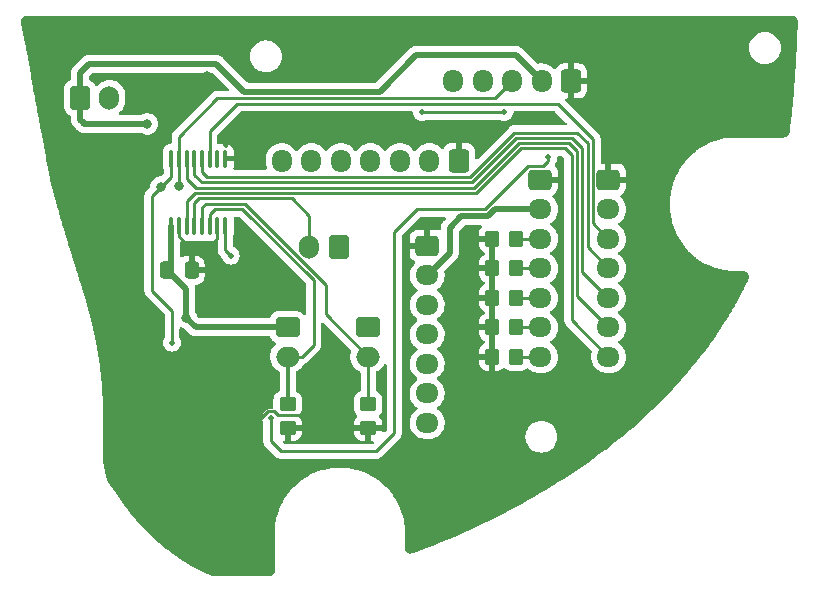
<source format=gbl>
%TF.GenerationSoftware,KiCad,Pcbnew,7.0.6*%
%TF.CreationDate,2023-07-13T14:40:27+02:00*%
%TF.ProjectId,RH_HeadLogicBoard_FreeJoy,52485f48-6561-4644-9c6f-676963426f61,rev?*%
%TF.SameCoordinates,Original*%
%TF.FileFunction,Copper,L2,Bot*%
%TF.FilePolarity,Positive*%
%FSLAX46Y46*%
G04 Gerber Fmt 4.6, Leading zero omitted, Abs format (unit mm)*
G04 Created by KiCad (PCBNEW 7.0.6) date 2023-07-13 14:40:27*
%MOMM*%
%LPD*%
G01*
G04 APERTURE LIST*
G04 Aperture macros list*
%AMRoundRect*
0 Rectangle with rounded corners*
0 $1 Rounding radius*
0 $2 $3 $4 $5 $6 $7 $8 $9 X,Y pos of 4 corners*
0 Add a 4 corners polygon primitive as box body*
4,1,4,$2,$3,$4,$5,$6,$7,$8,$9,$2,$3,0*
0 Add four circle primitives for the rounded corners*
1,1,$1+$1,$2,$3*
1,1,$1+$1,$4,$5*
1,1,$1+$1,$6,$7*
1,1,$1+$1,$8,$9*
0 Add four rect primitives between the rounded corners*
20,1,$1+$1,$2,$3,$4,$5,0*
20,1,$1+$1,$4,$5,$6,$7,0*
20,1,$1+$1,$6,$7,$8,$9,0*
20,1,$1+$1,$8,$9,$2,$3,0*%
G04 Aperture macros list end*
%TA.AperFunction,ComponentPad*%
%ADD10RoundRect,0.250000X-0.750000X0.600000X-0.750000X-0.600000X0.750000X-0.600000X0.750000X0.600000X0*%
%TD*%
%TA.AperFunction,ComponentPad*%
%ADD11O,2.000000X1.700000*%
%TD*%
%TA.AperFunction,ComponentPad*%
%ADD12RoundRect,0.250000X-0.725000X0.600000X-0.725000X-0.600000X0.725000X-0.600000X0.725000X0.600000X0*%
%TD*%
%TA.AperFunction,ComponentPad*%
%ADD13O,1.950000X1.700000*%
%TD*%
%TA.AperFunction,SMDPad,CuDef*%
%ADD14RoundRect,0.100000X-0.100000X0.637500X-0.100000X-0.637500X0.100000X-0.637500X0.100000X0.637500X0*%
%TD*%
%TA.AperFunction,SMDPad,CuDef*%
%ADD15RoundRect,0.250000X-0.337500X-0.475000X0.337500X-0.475000X0.337500X0.475000X-0.337500X0.475000X0*%
%TD*%
%TA.AperFunction,SMDPad,CuDef*%
%ADD16RoundRect,0.250000X-0.350000X-0.450000X0.350000X-0.450000X0.350000X0.450000X-0.350000X0.450000X0*%
%TD*%
%TA.AperFunction,ComponentPad*%
%ADD17RoundRect,0.250000X0.600000X0.725000X-0.600000X0.725000X-0.600000X-0.725000X0.600000X-0.725000X0*%
%TD*%
%TA.AperFunction,ComponentPad*%
%ADD18O,1.700000X1.950000*%
%TD*%
%TA.AperFunction,SMDPad,CuDef*%
%ADD19RoundRect,0.250000X0.350000X0.450000X-0.350000X0.450000X-0.350000X-0.450000X0.350000X-0.450000X0*%
%TD*%
%TA.AperFunction,ComponentPad*%
%ADD20RoundRect,0.250000X0.600000X0.750000X-0.600000X0.750000X-0.600000X-0.750000X0.600000X-0.750000X0*%
%TD*%
%TA.AperFunction,ComponentPad*%
%ADD21O,1.700000X2.000000*%
%TD*%
%TA.AperFunction,ComponentPad*%
%ADD22RoundRect,0.250000X-0.600000X-0.750000X0.600000X-0.750000X0.600000X0.750000X-0.600000X0.750000X0*%
%TD*%
%TA.AperFunction,SMDPad,CuDef*%
%ADD23RoundRect,0.250000X-0.450000X0.350000X-0.450000X-0.350000X0.450000X-0.350000X0.450000X0.350000X0*%
%TD*%
%TA.AperFunction,ViaPad*%
%ADD24C,0.800000*%
%TD*%
%TA.AperFunction,ViaPad*%
%ADD25C,0.500000*%
%TD*%
%TA.AperFunction,Conductor*%
%ADD26C,0.250000*%
%TD*%
%TA.AperFunction,Conductor*%
%ADD27C,0.500000*%
%TD*%
%TA.AperFunction,Conductor*%
%ADD28C,0.300000*%
%TD*%
G04 APERTURE END LIST*
D10*
X43900000Y-57100000D03*
D11*
X43900000Y-59600000D03*
D10*
X50700000Y-57100000D03*
D11*
X50700000Y-59600000D03*
D12*
X65300000Y-44600000D03*
D13*
X65300000Y-47100000D03*
X65300000Y-49600000D03*
X65300000Y-52100000D03*
X65300000Y-54600000D03*
X65300000Y-57100000D03*
X65300000Y-59600000D03*
D14*
X34050000Y-42837500D03*
X34700000Y-42837500D03*
X35350000Y-42837500D03*
X36000000Y-42837500D03*
X36650000Y-42837500D03*
X37300000Y-42837500D03*
X37950000Y-42837500D03*
X38600000Y-42837500D03*
X38600000Y-48562500D03*
X37950000Y-48562500D03*
X37300000Y-48562500D03*
X36650000Y-48562500D03*
X36000000Y-48562500D03*
X35350000Y-48562500D03*
X34700000Y-48562500D03*
X34050000Y-48562500D03*
D15*
X33682500Y-52280000D03*
X35757500Y-52280000D03*
D12*
X71050000Y-44600000D03*
D13*
X71050000Y-47100000D03*
X71050000Y-49600000D03*
X71050000Y-52100000D03*
X71050000Y-54600000D03*
X71050000Y-57100000D03*
X71050000Y-59600000D03*
D16*
X61225000Y-49600000D03*
X63225000Y-49600000D03*
D17*
X67900000Y-36250000D03*
D18*
X65400000Y-36250000D03*
X62900000Y-36250000D03*
X60400000Y-36250000D03*
X57900000Y-36250000D03*
D19*
X63225000Y-57100000D03*
X61225000Y-57100000D03*
X63225000Y-54600000D03*
X61225000Y-54600000D03*
D17*
X58400000Y-43000000D03*
D18*
X55900000Y-43000000D03*
X53400000Y-43000000D03*
X50900000Y-43000000D03*
X48400000Y-43000000D03*
X45900000Y-43000000D03*
X43400000Y-43000000D03*
D20*
X48200000Y-50275000D03*
D21*
X45700000Y-50275000D03*
D12*
X55700000Y-50200000D03*
D13*
X55700000Y-52700000D03*
X55700000Y-55200000D03*
X55700000Y-57700000D03*
X55700000Y-60200000D03*
X55700000Y-62700000D03*
X55700000Y-65200000D03*
D22*
X26300000Y-37675000D03*
D21*
X28800000Y-37675000D03*
D16*
X61225000Y-52100000D03*
X63225000Y-52100000D03*
D23*
X50700000Y-63600000D03*
X50700000Y-65600000D03*
D19*
X63225000Y-59600000D03*
X61225000Y-59600000D03*
D23*
X43900000Y-63600000D03*
X43900000Y-65600000D03*
D24*
X58420000Y-40894000D03*
X37084000Y-35814000D03*
X50000000Y-36000000D03*
X39000000Y-73500000D03*
X46900000Y-63500000D03*
X66200000Y-39200000D03*
X32258000Y-36830000D03*
X38150000Y-53350000D03*
X44300000Y-54800000D03*
X32004000Y-39878000D03*
X35300000Y-56300000D03*
X33150000Y-45250000D03*
D25*
X34100000Y-58400000D03*
D24*
X34700000Y-45110000D03*
D25*
X62240000Y-38910000D03*
X55276767Y-38906767D03*
X65975689Y-42724847D03*
X42475500Y-64775500D03*
X39065000Y-51035000D03*
D26*
X35274479Y-50000000D02*
X37600000Y-50000000D01*
X37600000Y-50000000D02*
X37950000Y-49650000D01*
D27*
X61225000Y-57100000D02*
X61225000Y-59600000D01*
D26*
X43050500Y-64537327D02*
X45862673Y-64537327D01*
X42237327Y-64200500D02*
X42713673Y-64200500D01*
D27*
X60000000Y-52100000D02*
X59850000Y-52250000D01*
D26*
X39000000Y-73500000D02*
X39000000Y-67437827D01*
D27*
X61225000Y-52100000D02*
X60000000Y-52100000D01*
X61225000Y-52100000D02*
X61225000Y-54600000D01*
D26*
X45862673Y-64537327D02*
X46900000Y-63500000D01*
X37950000Y-49650000D02*
X37950000Y-48562500D01*
X42713673Y-64200500D02*
X43050500Y-64537327D01*
D27*
X61225000Y-54600000D02*
X61225000Y-57100000D01*
X61225000Y-49600000D02*
X61225000Y-52100000D01*
D26*
X34700000Y-49425521D02*
X35274479Y-50000000D01*
X34700000Y-48562500D02*
X34700000Y-49425521D01*
X39000000Y-67437827D02*
X42237327Y-64200500D01*
D27*
X61417548Y-47100000D02*
X60822548Y-47695000D01*
X27082000Y-34798000D02*
X26300000Y-35580000D01*
X58605000Y-47695000D02*
X57600000Y-48700000D01*
X65300000Y-47100000D02*
X61417548Y-47100000D01*
X33682500Y-52280000D02*
X35300000Y-53897500D01*
X63186000Y-34036000D02*
X54799713Y-34036000D01*
X26300000Y-39525000D02*
X26300000Y-37675000D01*
X36100000Y-57100000D02*
X35300000Y-56300000D01*
X57600000Y-48700000D02*
X57600000Y-50838000D01*
X60822548Y-47695000D02*
X58605000Y-47695000D01*
X54799713Y-34036000D02*
X51680713Y-37155000D01*
X26300000Y-39525000D02*
X26534500Y-39759500D01*
X33682500Y-52280000D02*
X34045000Y-51917500D01*
X26653000Y-39878000D02*
X32004000Y-39878000D01*
X26534500Y-39759500D02*
X26653000Y-39878000D01*
X35300000Y-53897500D02*
X35300000Y-56300000D01*
X63186000Y-34036000D02*
X65400000Y-36250000D01*
X51680713Y-37155000D02*
X40203000Y-37155000D01*
X26300000Y-35580000D02*
X26300000Y-37675000D01*
X37846000Y-34798000D02*
X27082000Y-34798000D01*
X40203000Y-37155000D02*
X37846000Y-34798000D01*
X57600000Y-50838000D02*
X55700000Y-52738000D01*
X34045000Y-51917500D02*
X34045000Y-48570000D01*
X43900000Y-57100000D02*
X36100000Y-57100000D01*
D26*
X34100000Y-55700000D02*
X32400000Y-54000000D01*
X32400000Y-46000000D02*
X33150000Y-45250000D01*
X34100000Y-58400000D02*
X34100000Y-55700000D01*
X32400000Y-54000000D02*
X32400000Y-46000000D01*
X34050000Y-44350000D02*
X34050000Y-42837500D01*
X33150000Y-45250000D02*
X34050000Y-44350000D01*
X37940000Y-37730000D02*
X61420000Y-37730000D01*
X61420000Y-37730000D02*
X62900000Y-36250000D01*
X34700000Y-42830000D02*
X34700000Y-45110000D01*
X37940000Y-37730000D02*
X34700000Y-40970000D01*
X34700000Y-40970000D02*
X34700000Y-42830000D01*
X65300000Y-49600000D02*
X63225000Y-49600000D01*
X65300000Y-52100000D02*
X63225000Y-52100000D01*
X63453792Y-41519000D02*
X59672792Y-45300000D01*
X71050000Y-57100000D02*
X68400000Y-54450000D01*
X59672792Y-45300000D02*
X36100000Y-45300000D01*
X35350000Y-44550000D02*
X35350000Y-42837500D01*
X68400000Y-42200000D02*
X67719000Y-41519000D01*
X36100000Y-45300000D02*
X35350000Y-44550000D01*
X68400000Y-54450000D02*
X68400000Y-42200000D01*
X67719000Y-41519000D02*
X63453792Y-41519000D01*
X68850000Y-52400000D02*
X68850000Y-41950000D01*
X36000000Y-44200000D02*
X36000000Y-42837500D01*
X67969000Y-41069000D02*
X63267396Y-41069000D01*
X68850000Y-41950000D02*
X67969000Y-41069000D01*
X36650000Y-44850000D02*
X36000000Y-44200000D01*
X63267396Y-41069000D02*
X59486396Y-44850000D01*
X71050000Y-54600000D02*
X68850000Y-52400000D01*
X59486396Y-44850000D02*
X36650000Y-44850000D01*
X68419000Y-40619000D02*
X63081000Y-40619000D01*
X59300000Y-44400000D02*
X37100000Y-44400000D01*
X69300000Y-50350000D02*
X69300000Y-41500000D01*
X63081000Y-40619000D02*
X59300000Y-44400000D01*
X36650000Y-43950000D02*
X36650000Y-42837500D01*
X69300000Y-41500000D02*
X68419000Y-40619000D01*
X71050000Y-52100000D02*
X69300000Y-50350000D01*
X37100000Y-44400000D02*
X36650000Y-43950000D01*
X66780000Y-38180000D02*
X39620000Y-38180000D01*
X71050000Y-49600000D02*
X69750000Y-48300000D01*
X69750000Y-41150000D02*
X66780000Y-38180000D01*
X39620000Y-38180000D02*
X37300000Y-40500000D01*
X37300000Y-40500000D02*
X37300000Y-42837500D01*
X69750000Y-48300000D02*
X69750000Y-41150000D01*
D28*
X43900000Y-59600000D02*
X43900000Y-63600000D01*
D26*
X37300000Y-47500000D02*
X37700000Y-47100000D01*
X37300000Y-48562500D02*
X37300000Y-47500000D01*
X46100000Y-58600000D02*
X45100000Y-59600000D01*
X37700000Y-47100000D02*
X40063604Y-47100000D01*
X40063604Y-47100000D02*
X46100000Y-53136396D01*
X46100000Y-53136396D02*
X46100000Y-58600000D01*
X45100000Y-59600000D02*
X43900000Y-59600000D01*
X36950000Y-46650000D02*
X40250000Y-46650000D01*
X36650000Y-46950000D02*
X36950000Y-46650000D01*
X40250000Y-46650000D02*
X47100000Y-53500000D01*
X47100000Y-53500000D02*
X47100000Y-56000000D01*
X47100000Y-56000000D02*
X50700000Y-59600000D01*
X36650000Y-48562500D02*
X36650000Y-46950000D01*
X50700000Y-59600000D02*
X50700000Y-63600000D01*
X36400000Y-46200000D02*
X36000000Y-46600000D01*
X36000000Y-46600000D02*
X36000000Y-48562500D01*
X45700000Y-50275000D02*
X45700000Y-47650000D01*
X44250000Y-46200000D02*
X36400000Y-46200000D01*
X45700000Y-47650000D02*
X44250000Y-46200000D01*
X67369000Y-41969000D02*
X63640188Y-41969000D01*
X35350000Y-46450000D02*
X35350000Y-48562500D01*
X63640188Y-41969000D02*
X59859188Y-45750000D01*
X67950000Y-56500000D02*
X67950000Y-42550000D01*
X71050000Y-59600000D02*
X67950000Y-56500000D01*
X59859188Y-45750000D02*
X36050000Y-45750000D01*
X67950000Y-42550000D02*
X67369000Y-41969000D01*
X36050000Y-45750000D02*
X35350000Y-46450000D01*
X65300000Y-54600000D02*
X63225000Y-54600000D01*
X65300000Y-57100000D02*
X63225000Y-57100000D01*
X65300000Y-59600000D02*
X63225000Y-59600000D01*
X62240000Y-38910000D02*
X55280000Y-38910000D01*
X64279376Y-43425000D02*
X65541000Y-43425000D01*
X42475500Y-64775500D02*
X42475500Y-66775500D01*
X65541000Y-43425000D02*
X65975689Y-42990311D01*
X55280000Y-38910000D02*
X55276767Y-38906767D01*
X43300000Y-67600000D02*
X51400000Y-67600000D01*
X52900000Y-66100000D02*
X52900000Y-49082396D01*
X54862396Y-47120000D02*
X60584376Y-47120000D01*
X52900000Y-49082396D02*
X54862396Y-47120000D01*
X42475500Y-66775500D02*
X43300000Y-67600000D01*
X60584376Y-47120000D02*
X64279376Y-43425000D01*
X51400000Y-67600000D02*
X52900000Y-66100000D01*
X65975689Y-42990311D02*
X65975689Y-42724847D01*
X38600000Y-50570000D02*
X38600000Y-48570000D01*
X39065000Y-51035000D02*
X38600000Y-50570000D01*
%TA.AperFunction,Conductor*%
G36*
X46942012Y-56738370D02*
G01*
X46948595Y-56744499D01*
X49233882Y-59029786D01*
X49267908Y-59092098D01*
X49265263Y-59155777D01*
X49217189Y-59312757D01*
X49191751Y-59511410D01*
X49187815Y-59542144D01*
X49197630Y-59773178D01*
X49246351Y-59999240D01*
X49332575Y-60213815D01*
X49332577Y-60213819D01*
X49407585Y-60335639D01*
X49453821Y-60410730D01*
X49606602Y-60584324D01*
X49786524Y-60729600D01*
X49988409Y-60842380D01*
X49988417Y-60842382D01*
X49992404Y-60844186D01*
X50046237Y-60890474D01*
X50066499Y-60958518D01*
X50066500Y-60958999D01*
X50066500Y-62420761D01*
X50046498Y-62488882D01*
X49992842Y-62535375D01*
X49980133Y-62540365D01*
X49927265Y-62557883D01*
X49776347Y-62650970D01*
X49776341Y-62650975D01*
X49650975Y-62776341D01*
X49650970Y-62776347D01*
X49557885Y-62927262D01*
X49502113Y-63095572D01*
X49502112Y-63095579D01*
X49491500Y-63199446D01*
X49491500Y-64000544D01*
X49502112Y-64104425D01*
X49557885Y-64272738D01*
X49650970Y-64423652D01*
X49650975Y-64423658D01*
X49738576Y-64511259D01*
X49772602Y-64573571D01*
X49767537Y-64644386D01*
X49738576Y-64689449D01*
X49651370Y-64776654D01*
X49651365Y-64776660D01*
X49558342Y-64927474D01*
X49502606Y-65095678D01*
X49502605Y-65095681D01*
X49492000Y-65199483D01*
X49492000Y-65346000D01*
X51908000Y-65346000D01*
X51908000Y-65199483D01*
X51897394Y-65095681D01*
X51897393Y-65095678D01*
X51841657Y-64927474D01*
X51748634Y-64776660D01*
X51748629Y-64776654D01*
X51661424Y-64689449D01*
X51627398Y-64627137D01*
X51632463Y-64556322D01*
X51661424Y-64511259D01*
X51749024Y-64423658D01*
X51749030Y-64423652D01*
X51842115Y-64272738D01*
X51897887Y-64104426D01*
X51908500Y-64000545D01*
X51908499Y-63199456D01*
X51898261Y-63099240D01*
X51897887Y-63095574D01*
X51897886Y-63095572D01*
X51842115Y-62927262D01*
X51749030Y-62776348D01*
X51749029Y-62776347D01*
X51749024Y-62776341D01*
X51623658Y-62650975D01*
X51623652Y-62650970D01*
X51479182Y-62561860D01*
X51472738Y-62557885D01*
X51472736Y-62557884D01*
X51472734Y-62557883D01*
X51419867Y-62540365D01*
X51361496Y-62499951D01*
X51334240Y-62434395D01*
X51333500Y-62420761D01*
X51333500Y-60953607D01*
X51353502Y-60885486D01*
X51407158Y-60838993D01*
X51407203Y-60838972D01*
X51514929Y-60790278D01*
X51706523Y-60660783D01*
X51873476Y-60500772D01*
X52010985Y-60314847D01*
X52027991Y-60281116D01*
X52076519Y-60229295D01*
X52145361Y-60211936D01*
X52212659Y-60234551D01*
X52257048Y-60289960D01*
X52266500Y-60337842D01*
X52266500Y-65785403D01*
X52246498Y-65853524D01*
X52229595Y-65874498D01*
X52123095Y-65980998D01*
X52060783Y-66015024D01*
X51989968Y-66009959D01*
X51933132Y-65967412D01*
X51908321Y-65900892D01*
X51908000Y-65891903D01*
X51908000Y-65854000D01*
X50954000Y-65854000D01*
X50954000Y-66708000D01*
X51091904Y-66708000D01*
X51160025Y-66728002D01*
X51206518Y-66781658D01*
X51216622Y-66851932D01*
X51187128Y-66916512D01*
X51180999Y-66923095D01*
X51174499Y-66929595D01*
X51112187Y-66963621D01*
X51085404Y-66966500D01*
X43614595Y-66966500D01*
X43546474Y-66946498D01*
X43525500Y-66929595D01*
X43519000Y-66923095D01*
X43484974Y-66860783D01*
X43490039Y-66789968D01*
X43532586Y-66733132D01*
X43599106Y-66708321D01*
X43608095Y-66708000D01*
X43646000Y-66708000D01*
X43646000Y-65854000D01*
X44154000Y-65854000D01*
X44154000Y-66708000D01*
X44400517Y-66708000D01*
X44400516Y-66707999D01*
X44504318Y-66697394D01*
X44504321Y-66697393D01*
X44672525Y-66641657D01*
X44823339Y-66548634D01*
X44823345Y-66548629D01*
X44948629Y-66423345D01*
X44948634Y-66423339D01*
X45041657Y-66272525D01*
X45097393Y-66104321D01*
X45097394Y-66104318D01*
X45107999Y-66000516D01*
X45108000Y-66000516D01*
X45108000Y-65854000D01*
X49492000Y-65854000D01*
X49492000Y-66000516D01*
X49502605Y-66104318D01*
X49502606Y-66104321D01*
X49558342Y-66272525D01*
X49651365Y-66423339D01*
X49651370Y-66423345D01*
X49776654Y-66548629D01*
X49776660Y-66548634D01*
X49927474Y-66641657D01*
X50095678Y-66697393D01*
X50095681Y-66697394D01*
X50199483Y-66707999D01*
X50199483Y-66708000D01*
X50446000Y-66708000D01*
X50446000Y-65854000D01*
X49492000Y-65854000D01*
X45108000Y-65854000D01*
X44154000Y-65854000D01*
X43646000Y-65854000D01*
X43646000Y-65472000D01*
X43666002Y-65403879D01*
X43719658Y-65357386D01*
X43772000Y-65346000D01*
X45108000Y-65346000D01*
X45108000Y-65199483D01*
X45097394Y-65095681D01*
X45097393Y-65095678D01*
X45041657Y-64927474D01*
X44948634Y-64776660D01*
X44948629Y-64776654D01*
X44861424Y-64689449D01*
X44827398Y-64627137D01*
X44832463Y-64556322D01*
X44861424Y-64511259D01*
X44949024Y-64423658D01*
X44949030Y-64423652D01*
X45042115Y-64272738D01*
X45097887Y-64104426D01*
X45108500Y-64000545D01*
X45108499Y-63199456D01*
X45098261Y-63099240D01*
X45097887Y-63095574D01*
X45097886Y-63095572D01*
X45042115Y-62927262D01*
X44949030Y-62776348D01*
X44949029Y-62776347D01*
X44949024Y-62776341D01*
X44823658Y-62650975D01*
X44823652Y-62650970D01*
X44809328Y-62642135D01*
X44672738Y-62557885D01*
X44672734Y-62557883D01*
X44672735Y-62557883D01*
X44644867Y-62548649D01*
X44586495Y-62508235D01*
X44559240Y-62442679D01*
X44558500Y-62429045D01*
X44558500Y-60942307D01*
X44578502Y-60874186D01*
X44632158Y-60827693D01*
X44632359Y-60827601D01*
X44714929Y-60790278D01*
X44906523Y-60660783D01*
X45073476Y-60500772D01*
X45210985Y-60314847D01*
X45237923Y-60261417D01*
X45286448Y-60209599D01*
X45315271Y-60197150D01*
X45353593Y-60186018D01*
X45371024Y-60175708D01*
X45388780Y-60167009D01*
X45407617Y-60159552D01*
X45445786Y-60131818D01*
X45450744Y-60128562D01*
X45491362Y-60104542D01*
X45505685Y-60090218D01*
X45520724Y-60077374D01*
X45537107Y-60065472D01*
X45567193Y-60029103D01*
X45571161Y-60024741D01*
X46488657Y-59107245D01*
X46501092Y-59097284D01*
X46500905Y-59097057D01*
X46507009Y-59092005D01*
X46507018Y-59092000D01*
X46554999Y-59040904D01*
X46576135Y-59019769D01*
X46580437Y-59014221D01*
X46584267Y-59009735D01*
X46616586Y-58975321D01*
X46626345Y-58957567D01*
X46637204Y-58941038D01*
X46649614Y-58925040D01*
X46668354Y-58881732D01*
X46670965Y-58876404D01*
X46693695Y-58835060D01*
X46698733Y-58815435D01*
X46705138Y-58796730D01*
X46713181Y-58778145D01*
X46720561Y-58731547D01*
X46721762Y-58725740D01*
X46733500Y-58680030D01*
X46733500Y-58659774D01*
X46735051Y-58640063D01*
X46738220Y-58620057D01*
X46735120Y-58587265D01*
X46733780Y-58573080D01*
X46733500Y-58567148D01*
X46733500Y-56833594D01*
X46753502Y-56765473D01*
X46807158Y-56718980D01*
X46877432Y-56708876D01*
X46942012Y-56738370D01*
G37*
%TD.AperFunction*%
%TA.AperFunction,Conductor*%
G36*
X39817131Y-47753502D02*
G01*
X39838105Y-47770405D01*
X45429596Y-53361896D01*
X45463621Y-53424206D01*
X45466500Y-53450989D01*
X45466500Y-55939627D01*
X45446498Y-56007748D01*
X45392842Y-56054241D01*
X45322568Y-56064345D01*
X45257988Y-56034851D01*
X45251405Y-56028722D01*
X45123658Y-55900975D01*
X45123652Y-55900970D01*
X45108299Y-55891500D01*
X44972738Y-55807885D01*
X44869020Y-55773517D01*
X44804427Y-55752113D01*
X44804420Y-55752112D01*
X44700553Y-55741500D01*
X43099455Y-55741500D01*
X42995574Y-55752112D01*
X42827261Y-55807885D01*
X42676347Y-55900970D01*
X42676341Y-55900975D01*
X42550975Y-56026341D01*
X42550970Y-56026347D01*
X42457885Y-56177261D01*
X42457885Y-56177262D01*
X42434544Y-56247704D01*
X42432082Y-56255133D01*
X42391668Y-56313504D01*
X42326111Y-56340760D01*
X42312477Y-56341500D01*
X36466371Y-56341500D01*
X36398250Y-56321498D01*
X36377276Y-56304595D01*
X36220125Y-56147444D01*
X36189387Y-56097285D01*
X36186952Y-56089792D01*
X36134527Y-55928444D01*
X36098256Y-55865620D01*
X36075381Y-55825999D01*
X36058500Y-55762999D01*
X36058500Y-53961935D01*
X36059831Y-53943672D01*
X36061538Y-53932016D01*
X36063341Y-53919711D01*
X36060766Y-53890278D01*
X36058740Y-53867113D01*
X36058500Y-53861620D01*
X36058500Y-53853324D01*
X36057111Y-53841445D01*
X36054652Y-53820405D01*
X36047887Y-53743073D01*
X36047886Y-53743070D01*
X36047886Y-53743068D01*
X36046403Y-53735887D01*
X36046469Y-53735873D01*
X36044839Y-53728519D01*
X36044773Y-53728535D01*
X36043078Y-53721383D01*
X36028778Y-53682094D01*
X36024275Y-53611241D01*
X36058793Y-53549200D01*
X36121374Y-53515671D01*
X36142330Y-53513501D01*
X36142326Y-53513431D01*
X36142316Y-53513327D01*
X36142321Y-53513326D01*
X36142313Y-53513163D01*
X36145516Y-53512999D01*
X36249318Y-53502394D01*
X36249321Y-53502393D01*
X36417525Y-53446657D01*
X36568339Y-53353634D01*
X36568345Y-53353629D01*
X36693629Y-53228345D01*
X36693634Y-53228339D01*
X36786657Y-53077525D01*
X36842393Y-52909321D01*
X36842394Y-52909318D01*
X36852999Y-52805516D01*
X36853000Y-52805516D01*
X36853000Y-52534000D01*
X35629500Y-52534000D01*
X35561379Y-52513998D01*
X35514886Y-52460342D01*
X35503500Y-52408000D01*
X35503500Y-51047000D01*
X36011500Y-51047000D01*
X36011500Y-52026000D01*
X36853000Y-52026000D01*
X36853000Y-51754483D01*
X36842394Y-51650681D01*
X36842393Y-51650678D01*
X36786657Y-51482474D01*
X36693634Y-51331660D01*
X36693629Y-51331654D01*
X36568345Y-51206370D01*
X36568339Y-51206365D01*
X36417525Y-51113342D01*
X36249321Y-51057606D01*
X36249318Y-51057605D01*
X36145516Y-51047000D01*
X36011500Y-51047000D01*
X35503500Y-51047000D01*
X35369483Y-51047000D01*
X35265681Y-51057605D01*
X35265678Y-51057606D01*
X35097472Y-51113343D01*
X34995646Y-51176150D01*
X34927167Y-51194887D01*
X34859428Y-51173627D01*
X34813937Y-51119120D01*
X34803500Y-51068909D01*
X34803500Y-49923283D01*
X34823502Y-49855162D01*
X34877158Y-49808669D01*
X34913056Y-49798361D01*
X34958717Y-49792350D01*
X34958722Y-49792348D01*
X34976126Y-49785140D01*
X35046715Y-49777550D01*
X35072559Y-49785137D01*
X35091150Y-49792838D01*
X35210115Y-49808500D01*
X35489884Y-49808499D01*
X35608850Y-49792838D01*
X35626780Y-49785410D01*
X35697366Y-49777819D01*
X35723213Y-49785408D01*
X35741150Y-49792838D01*
X35860115Y-49808500D01*
X36139884Y-49808499D01*
X36258850Y-49792838D01*
X36276780Y-49785410D01*
X36347366Y-49777819D01*
X36373213Y-49785408D01*
X36391150Y-49792838D01*
X36510115Y-49808500D01*
X36789884Y-49808499D01*
X36908850Y-49792838D01*
X36926780Y-49785410D01*
X36997368Y-49777820D01*
X37023217Y-49785410D01*
X37027591Y-49787222D01*
X37041150Y-49792838D01*
X37160115Y-49808500D01*
X37439884Y-49808499D01*
X37558850Y-49792838D01*
X37577437Y-49785138D01*
X37648026Y-49777550D01*
X37673872Y-49785139D01*
X37691281Y-49792350D01*
X37810154Y-49807999D01*
X37840496Y-49807999D01*
X37908618Y-49827999D01*
X37955112Y-49881653D01*
X37966500Y-49933999D01*
X37966500Y-50486146D01*
X37964751Y-50501988D01*
X37965044Y-50502016D01*
X37964298Y-50509907D01*
X37966500Y-50579957D01*
X37966500Y-50609851D01*
X37966501Y-50609872D01*
X37967378Y-50616820D01*
X37967844Y-50622732D01*
X37969326Y-50669888D01*
X37969327Y-50669893D01*
X37974977Y-50689339D01*
X37978986Y-50708697D01*
X37981525Y-50728793D01*
X37981526Y-50728799D01*
X37998893Y-50772662D01*
X38000816Y-50778279D01*
X38013982Y-50823593D01*
X38024294Y-50841031D01*
X38032988Y-50858779D01*
X38040444Y-50877609D01*
X38040450Y-50877620D01*
X38068177Y-50915783D01*
X38071437Y-50920746D01*
X38095460Y-50961365D01*
X38109779Y-50975684D01*
X38122617Y-50990714D01*
X38131411Y-51002817D01*
X38134528Y-51007107D01*
X38159584Y-51027835D01*
X38170886Y-51037185D01*
X38175267Y-51041171D01*
X38233282Y-51099186D01*
X38290754Y-51156658D01*
X38320588Y-51204137D01*
X38372915Y-51353676D01*
X38377291Y-51366183D01*
X38445424Y-51474616D01*
X38468231Y-51510912D01*
X38589087Y-51631768D01*
X38589089Y-51631769D01*
X38589091Y-51631771D01*
X38733817Y-51722709D01*
X38895150Y-51779162D01*
X38895149Y-51779162D01*
X38912348Y-51781099D01*
X39065000Y-51798299D01*
X39234850Y-51779162D01*
X39396183Y-51722709D01*
X39540909Y-51631771D01*
X39661771Y-51510909D01*
X39752709Y-51366183D01*
X39809162Y-51204850D01*
X39828299Y-51035000D01*
X39809162Y-50865150D01*
X39752709Y-50703817D01*
X39661771Y-50559091D01*
X39661769Y-50559089D01*
X39661768Y-50559087D01*
X39540912Y-50438231D01*
X39469547Y-50393389D01*
X39396183Y-50347291D01*
X39341053Y-50328000D01*
X39317883Y-50319892D01*
X39260192Y-50278513D01*
X39234030Y-50212512D01*
X39233500Y-50200963D01*
X39233500Y-49527168D01*
X39243091Y-49478950D01*
X39292838Y-49358850D01*
X39308500Y-49239885D01*
X39308499Y-47885116D01*
X39307292Y-47875948D01*
X39318230Y-47805800D01*
X39365357Y-47752700D01*
X39432214Y-47733500D01*
X39749010Y-47733500D01*
X39817131Y-47753502D01*
G37*
%TD.AperFunction*%
%TA.AperFunction,Conductor*%
G36*
X54458480Y-38833502D02*
G01*
X54504973Y-38887158D01*
X54515567Y-38925393D01*
X54532604Y-39076615D01*
X54589057Y-39237949D01*
X54679998Y-39382679D01*
X54800854Y-39503535D01*
X54800856Y-39503536D01*
X54800858Y-39503538D01*
X54945584Y-39594476D01*
X55106917Y-39650929D01*
X55106916Y-39650929D01*
X55124115Y-39652866D01*
X55276767Y-39670066D01*
X55446617Y-39650929D01*
X55607950Y-39594476D01*
X55633552Y-39578388D01*
X55658342Y-39562813D01*
X55725378Y-39543500D01*
X61786244Y-39543500D01*
X61853279Y-39562812D01*
X61908817Y-39597709D01*
X62070150Y-39654162D01*
X62070149Y-39654162D01*
X62087348Y-39656099D01*
X62240000Y-39673299D01*
X62409850Y-39654162D01*
X62571183Y-39597709D01*
X62715909Y-39506771D01*
X62836771Y-39385909D01*
X62927709Y-39241183D01*
X62984162Y-39079850D01*
X62994738Y-38985985D01*
X63001565Y-38925393D01*
X63029068Y-38859940D01*
X63087592Y-38819747D01*
X63126773Y-38813500D01*
X66465406Y-38813500D01*
X66533527Y-38833502D01*
X66554501Y-38850405D01*
X67474501Y-39770405D01*
X67508527Y-39832717D01*
X67503462Y-39903532D01*
X67460915Y-39960368D01*
X67394395Y-39985179D01*
X67385406Y-39985500D01*
X63164849Y-39985500D01*
X63149010Y-39983751D01*
X63148983Y-39984045D01*
X63141091Y-39983299D01*
X63071060Y-39985500D01*
X63041144Y-39985500D01*
X63034172Y-39986379D01*
X63028265Y-39986844D01*
X62981110Y-39988326D01*
X62981105Y-39988327D01*
X62961660Y-39993977D01*
X62942302Y-39997986D01*
X62922207Y-40000524D01*
X62922205Y-40000525D01*
X62878324Y-40017897D01*
X62872709Y-40019819D01*
X62827410Y-40032980D01*
X62827404Y-40032982D01*
X62809966Y-40043295D01*
X62792220Y-40051989D01*
X62773381Y-40059448D01*
X62773380Y-40059449D01*
X62735213Y-40087178D01*
X62730252Y-40090437D01*
X62689637Y-40114458D01*
X62675307Y-40128787D01*
X62660281Y-40141620D01*
X62643895Y-40153526D01*
X62643894Y-40153526D01*
X62613818Y-40189880D01*
X62609823Y-40194271D01*
X59973094Y-42830998D01*
X59910782Y-42865024D01*
X59839966Y-42859959D01*
X59783131Y-42817412D01*
X59758320Y-42750892D01*
X59757999Y-42741903D01*
X59757999Y-42224483D01*
X59747394Y-42120681D01*
X59747393Y-42120678D01*
X59691657Y-41952474D01*
X59598634Y-41801660D01*
X59598629Y-41801654D01*
X59473345Y-41676370D01*
X59473339Y-41676365D01*
X59322525Y-41583342D01*
X59154321Y-41527606D01*
X59154318Y-41527605D01*
X59050516Y-41517000D01*
X58654000Y-41517000D01*
X58654000Y-42593808D01*
X58535199Y-42539554D01*
X58433975Y-42525000D01*
X58366025Y-42525000D01*
X58264801Y-42539554D01*
X58146000Y-42593808D01*
X58146000Y-41517000D01*
X57749483Y-41517000D01*
X57645681Y-41527605D01*
X57645678Y-41527606D01*
X57477474Y-41583342D01*
X57326660Y-41676365D01*
X57326654Y-41676370D01*
X57201370Y-41801654D01*
X57201365Y-41801660D01*
X57111299Y-41947680D01*
X57058513Y-41995158D01*
X56988438Y-42006561D01*
X56923322Y-41978268D01*
X56913100Y-41968726D01*
X56800772Y-41851524D01*
X56800771Y-41851523D01*
X56800769Y-41851521D01*
X56614845Y-41714013D01*
X56457261Y-41634562D01*
X56408357Y-41609905D01*
X56408354Y-41609904D01*
X56408352Y-41609903D01*
X56282466Y-41571351D01*
X56187243Y-41542189D01*
X55957865Y-41512816D01*
X55957861Y-41512816D01*
X55957853Y-41512815D01*
X55726821Y-41522630D01*
X55500759Y-41571351D01*
X55286184Y-41657575D01*
X55286180Y-41657577D01*
X55089272Y-41778819D01*
X55089268Y-41778822D01*
X54915676Y-41931601D01*
X54770401Y-42111522D01*
X54758552Y-42132733D01*
X54707867Y-42182448D01*
X54638350Y-42196868D01*
X54572073Y-42171416D01*
X54544161Y-42141839D01*
X54542766Y-42139775D01*
X54460783Y-42018477D01*
X54300772Y-41851524D01*
X54300771Y-41851523D01*
X54300769Y-41851521D01*
X54114845Y-41714013D01*
X53957261Y-41634562D01*
X53908357Y-41609905D01*
X53908354Y-41609904D01*
X53908352Y-41609903D01*
X53782466Y-41571351D01*
X53687243Y-41542189D01*
X53457865Y-41512816D01*
X53457861Y-41512816D01*
X53457853Y-41512815D01*
X53226821Y-41522630D01*
X53000759Y-41571351D01*
X52786184Y-41657575D01*
X52786180Y-41657577D01*
X52589272Y-41778819D01*
X52589268Y-41778822D01*
X52415676Y-41931601D01*
X52270401Y-42111522D01*
X52258552Y-42132733D01*
X52207867Y-42182448D01*
X52138350Y-42196868D01*
X52072073Y-42171416D01*
X52044161Y-42141839D01*
X52042766Y-42139775D01*
X51960783Y-42018477D01*
X51800772Y-41851524D01*
X51800771Y-41851523D01*
X51800769Y-41851521D01*
X51614845Y-41714013D01*
X51457261Y-41634562D01*
X51408357Y-41609905D01*
X51408354Y-41609904D01*
X51408352Y-41609903D01*
X51282466Y-41571351D01*
X51187243Y-41542189D01*
X50957865Y-41512816D01*
X50957861Y-41512816D01*
X50957853Y-41512815D01*
X50726821Y-41522630D01*
X50500759Y-41571351D01*
X50286184Y-41657575D01*
X50286180Y-41657577D01*
X50089272Y-41778819D01*
X50089268Y-41778822D01*
X49915676Y-41931601D01*
X49770401Y-42111522D01*
X49758552Y-42132733D01*
X49707867Y-42182448D01*
X49638350Y-42196868D01*
X49572073Y-42171416D01*
X49544161Y-42141839D01*
X49542766Y-42139775D01*
X49460783Y-42018477D01*
X49300772Y-41851524D01*
X49300771Y-41851523D01*
X49300769Y-41851521D01*
X49114845Y-41714013D01*
X48957261Y-41634562D01*
X48908357Y-41609905D01*
X48908354Y-41609904D01*
X48908352Y-41609903D01*
X48782466Y-41571351D01*
X48687243Y-41542189D01*
X48457865Y-41512816D01*
X48457861Y-41512816D01*
X48457853Y-41512815D01*
X48226821Y-41522630D01*
X48000759Y-41571351D01*
X47786184Y-41657575D01*
X47786180Y-41657577D01*
X47589272Y-41778819D01*
X47589268Y-41778822D01*
X47415676Y-41931601D01*
X47270401Y-42111522D01*
X47258552Y-42132733D01*
X47207867Y-42182448D01*
X47138350Y-42196868D01*
X47072073Y-42171416D01*
X47044161Y-42141839D01*
X47042766Y-42139775D01*
X46960783Y-42018477D01*
X46800772Y-41851524D01*
X46800771Y-41851523D01*
X46800769Y-41851521D01*
X46614845Y-41714013D01*
X46457261Y-41634562D01*
X46408357Y-41609905D01*
X46408354Y-41609904D01*
X46408352Y-41609903D01*
X46282466Y-41571351D01*
X46187243Y-41542189D01*
X45957865Y-41512816D01*
X45957861Y-41512816D01*
X45957853Y-41512815D01*
X45726821Y-41522630D01*
X45500759Y-41571351D01*
X45286184Y-41657575D01*
X45286180Y-41657577D01*
X45089272Y-41778819D01*
X45089268Y-41778822D01*
X44915676Y-41931601D01*
X44770401Y-42111522D01*
X44758552Y-42132733D01*
X44707867Y-42182448D01*
X44638350Y-42196868D01*
X44572073Y-42171416D01*
X44544161Y-42141839D01*
X44542766Y-42139775D01*
X44460783Y-42018477D01*
X44300772Y-41851524D01*
X44300771Y-41851523D01*
X44300769Y-41851521D01*
X44114845Y-41714013D01*
X43957261Y-41634562D01*
X43908357Y-41609905D01*
X43908354Y-41609904D01*
X43908352Y-41609903D01*
X43782466Y-41571351D01*
X43687243Y-41542189D01*
X43457865Y-41512816D01*
X43457861Y-41512816D01*
X43457853Y-41512815D01*
X43226821Y-41522630D01*
X43000759Y-41571351D01*
X42786184Y-41657575D01*
X42786180Y-41657577D01*
X42589272Y-41778819D01*
X42589268Y-41778822D01*
X42415676Y-41931601D01*
X42278523Y-42101464D01*
X42270400Y-42111524D01*
X42222724Y-42196868D01*
X42157619Y-42313410D01*
X42080582Y-42531442D01*
X42080582Y-42531443D01*
X42079946Y-42535152D01*
X42041500Y-42759375D01*
X42041500Y-42759377D01*
X42041500Y-42759378D01*
X42041500Y-43182713D01*
X42056198Y-43355417D01*
X42056199Y-43355421D01*
X42114468Y-43579203D01*
X42114472Y-43579215D01*
X42118715Y-43588600D01*
X42128548Y-43658912D01*
X42098807Y-43723379D01*
X42038933Y-43761532D01*
X42003901Y-43766500D01*
X39418544Y-43766500D01*
X39350423Y-43746498D01*
X39303930Y-43692842D01*
X39293622Y-43624053D01*
X39307999Y-43514846D01*
X39308000Y-43514840D01*
X39308000Y-43037500D01*
X38784500Y-43037500D01*
X38716379Y-43017498D01*
X38669886Y-42963842D01*
X38658500Y-42911500D01*
X38658500Y-42763500D01*
X38678502Y-42695379D01*
X38732158Y-42648886D01*
X38784500Y-42637500D01*
X39307999Y-42637500D01*
X39307999Y-42160154D01*
X39307998Y-42160145D01*
X39292349Y-42041281D01*
X39292349Y-42041280D01*
X39231087Y-41893378D01*
X39231082Y-41893370D01*
X39133630Y-41766369D01*
X39006629Y-41668917D01*
X39006621Y-41668912D01*
X38858718Y-41607649D01*
X38800000Y-41599919D01*
X38800000Y-41806662D01*
X38779998Y-41874783D01*
X38726342Y-41921276D01*
X38656068Y-41931380D01*
X38591488Y-41901886D01*
X38574038Y-41883367D01*
X38483988Y-41766014D01*
X38483987Y-41766013D01*
X38468947Y-41754472D01*
X38449293Y-41739390D01*
X38407427Y-41682051D01*
X38400000Y-41639430D01*
X38400000Y-41599919D01*
X38399999Y-41599919D01*
X38341279Y-41607650D01*
X38341278Y-41607650D01*
X38323870Y-41614861D01*
X38253280Y-41622449D01*
X38227438Y-41614861D01*
X38208850Y-41607162D01*
X38089887Y-41591500D01*
X38089885Y-41591500D01*
X38059500Y-41591500D01*
X37991379Y-41571498D01*
X37944886Y-41517842D01*
X37933500Y-41465500D01*
X37933500Y-40814594D01*
X37953502Y-40746473D01*
X37970405Y-40725499D01*
X39845499Y-38850405D01*
X39907811Y-38816379D01*
X39934594Y-38813500D01*
X54390359Y-38813500D01*
X54458480Y-38833502D01*
G37*
%TD.AperFunction*%
%TA.AperFunction,Conductor*%
G36*
X86587747Y-30714529D02*
G01*
X86632256Y-30719148D01*
X86674887Y-30723572D01*
X86698884Y-30728457D01*
X86762397Y-30747975D01*
X86784998Y-30757411D01*
X86854190Y-30794570D01*
X86874537Y-30808199D01*
X86921035Y-30846384D01*
X86925890Y-30850371D01*
X86943214Y-30867677D01*
X86993123Y-30928331D01*
X87006771Y-30948662D01*
X87038297Y-31007227D01*
X87047718Y-31029701D01*
X87069190Y-31099105D01*
X87071243Y-31105742D01*
X87076454Y-31132742D01*
X87079847Y-31174361D01*
X87083654Y-31221062D01*
X87083812Y-31228010D01*
X87083726Y-31231107D01*
X87072745Y-31539534D01*
X87072667Y-31541624D01*
X87072657Y-31541656D01*
X87072664Y-31541712D01*
X87061338Y-31846616D01*
X87061338Y-31846617D01*
X87061246Y-31848965D01*
X87061235Y-31848999D01*
X87061243Y-31849057D01*
X87051530Y-32099500D01*
X87049465Y-32152735D01*
X87049465Y-32152737D01*
X87049365Y-32155187D01*
X87049354Y-32155222D01*
X87049361Y-32155284D01*
X87037098Y-32457950D01*
X87037098Y-32457951D01*
X87036989Y-32460515D01*
X87036977Y-32460551D01*
X87036985Y-32460616D01*
X87024233Y-32761716D01*
X87010803Y-33064989D01*
X86996838Y-33366540D01*
X86982283Y-33667025D01*
X86982284Y-33667025D01*
X86967095Y-33966810D01*
X86951273Y-34265394D01*
X86934764Y-34563261D01*
X86917582Y-34859738D01*
X86899654Y-35155621D01*
X86888432Y-35332831D01*
X86880991Y-35450335D01*
X86861562Y-35743956D01*
X86861562Y-35743957D01*
X86854488Y-35846295D01*
X86841292Y-36037211D01*
X86820247Y-36328816D01*
X86802512Y-36564258D01*
X86798324Y-36619848D01*
X86775499Y-36910259D01*
X86760415Y-37094297D01*
X86754785Y-37162990D01*
X86751838Y-37198940D01*
X86727162Y-37487751D01*
X86701565Y-37775252D01*
X86674987Y-38061906D01*
X86647399Y-38347704D01*
X86618742Y-38633016D01*
X86589057Y-38917193D01*
X86558281Y-39200605D01*
X86526364Y-39483478D01*
X86493317Y-39765492D01*
X86459098Y-40046796D01*
X86423688Y-40327347D01*
X86387497Y-40603825D01*
X86386283Y-40610378D01*
X86365825Y-40695474D01*
X86357813Y-40718618D01*
X86330073Y-40779005D01*
X86317732Y-40800166D01*
X86271763Y-40863834D01*
X86255562Y-40882205D01*
X86206961Y-40927549D01*
X86187556Y-40942411D01*
X86119574Y-40984697D01*
X86101117Y-40994166D01*
X86063304Y-41009780D01*
X86043535Y-41016093D01*
X85963698Y-41034508D01*
X85943170Y-41037491D01*
X85893868Y-41040545D01*
X85889971Y-41040666D01*
X81766509Y-41040666D01*
X81764919Y-41040543D01*
X81756816Y-41040665D01*
X81756749Y-41040666D01*
X81754675Y-41040666D01*
X81753968Y-41040706D01*
X81616251Y-41042771D01*
X81614043Y-41042609D01*
X81605103Y-41042935D01*
X81604993Y-41042939D01*
X81604920Y-41042941D01*
X81604919Y-41042941D01*
X81601675Y-41043030D01*
X81600794Y-41043127D01*
X81462900Y-41049304D01*
X81460256Y-41049227D01*
X81453515Y-41049724D01*
X81446548Y-41050041D01*
X81443913Y-41050438D01*
X81306745Y-41060641D01*
X81305726Y-41060647D01*
X81302430Y-41060960D01*
X81302314Y-41060971D01*
X81302247Y-41060977D01*
X81302246Y-41060977D01*
X81299724Y-41061202D01*
X81299003Y-41061315D01*
X81161759Y-41075565D01*
X81159119Y-41075626D01*
X81151675Y-41076610D01*
X81151674Y-41076610D01*
X81151568Y-41076624D01*
X81151492Y-41076632D01*
X81151489Y-41076632D01*
X81149970Y-41076792D01*
X81148937Y-41076973D01*
X81011140Y-41095326D01*
X81009092Y-41095438D01*
X81001442Y-41096616D01*
X81001377Y-41096626D01*
X81001261Y-41096642D01*
X81001260Y-41096642D01*
X80998682Y-41096997D01*
X80997609Y-41097237D01*
X80860760Y-41119475D01*
X80859024Y-41119631D01*
X80851835Y-41120924D01*
X80851746Y-41120940D01*
X80851654Y-41120956D01*
X80851653Y-41120956D01*
X80849364Y-41121354D01*
X80848553Y-41121552D01*
X80707208Y-41148670D01*
X80705949Y-41148823D01*
X80702837Y-41149509D01*
X80701588Y-41149750D01*
X80700642Y-41149994D01*
X80611246Y-41169775D01*
X80557888Y-41181582D01*
X80556861Y-41181757D01*
X80554816Y-41182263D01*
X80551989Y-41182897D01*
X80550886Y-41183248D01*
X80443885Y-41210091D01*
X80411159Y-41218300D01*
X80410043Y-41218516D01*
X80407698Y-41219169D01*
X80405337Y-41219765D01*
X80404249Y-41220136D01*
X80265609Y-41259047D01*
X80264768Y-41259225D01*
X80261602Y-41260172D01*
X80258245Y-41261152D01*
X80257426Y-41261469D01*
X80120991Y-41303865D01*
X80119996Y-41304099D01*
X80116649Y-41305215D01*
X80113886Y-41306094D01*
X80112967Y-41306470D01*
X79982323Y-41351042D01*
X79980551Y-41351496D01*
X79973013Y-41354217D01*
X79973012Y-41354217D01*
X79972915Y-41354252D01*
X79972839Y-41354279D01*
X79972838Y-41354279D01*
X79965283Y-41356963D01*
X79963846Y-41357626D01*
X79840564Y-41403490D01*
X79838515Y-41404062D01*
X79830533Y-41407222D01*
X79827290Y-41408459D01*
X79826435Y-41408874D01*
X79692512Y-41462899D01*
X79691480Y-41463258D01*
X79689607Y-41464072D01*
X79686840Y-41465190D01*
X79685760Y-41465746D01*
X79553832Y-41523180D01*
X79552748Y-41523575D01*
X79550196Y-41524765D01*
X79548045Y-41525705D01*
X79547064Y-41526230D01*
X79415786Y-41587665D01*
X79415092Y-41587943D01*
X79412458Y-41589223D01*
X79410105Y-41590350D01*
X79409342Y-41590785D01*
X79279441Y-41655918D01*
X79278781Y-41656207D01*
X79276457Y-41657414D01*
X79273404Y-41658967D01*
X79272515Y-41659525D01*
X79150836Y-41724710D01*
X79148852Y-41725585D01*
X79142267Y-41729301D01*
X79139675Y-41730706D01*
X79138797Y-41731281D01*
X79055541Y-41778822D01*
X79013186Y-41803006D01*
X79012384Y-41803407D01*
X79010036Y-41804806D01*
X79007578Y-41806245D01*
X79006923Y-41806695D01*
X78883276Y-41881805D01*
X78882319Y-41882309D01*
X78879868Y-41883877D01*
X78873545Y-41887760D01*
X78871804Y-41889079D01*
X78754955Y-41964464D01*
X78753964Y-41965026D01*
X78751937Y-41966408D01*
X78751937Y-41966409D01*
X78751827Y-41966484D01*
X78751784Y-41966512D01*
X78751782Y-41966513D01*
X78750394Y-41967416D01*
X78749651Y-41967971D01*
X78634101Y-42047042D01*
X78632496Y-42047969D01*
X78626088Y-42052525D01*
X78623405Y-42054406D01*
X78622775Y-42054927D01*
X78582570Y-42084076D01*
X78505746Y-42139775D01*
X78505051Y-42140220D01*
X78502705Y-42141980D01*
X78500745Y-42143426D01*
X78500060Y-42144010D01*
X78384994Y-42232332D01*
X78384114Y-42232923D01*
X78381818Y-42234767D01*
X78381818Y-42234768D01*
X78381757Y-42234817D01*
X78379460Y-42236594D01*
X78378649Y-42237340D01*
X78266546Y-42328380D01*
X78265620Y-42329039D01*
X78263358Y-42330970D01*
X78262041Y-42332047D01*
X78261326Y-42332714D01*
X78150484Y-42427921D01*
X78149830Y-42428420D01*
X78147630Y-42430373D01*
X78145415Y-42432322D01*
X78144855Y-42432894D01*
X78037597Y-42530322D01*
X78036594Y-42531126D01*
X78034734Y-42532920D01*
X78034732Y-42532922D01*
X78034676Y-42532976D01*
X78034598Y-42533047D01*
X78034596Y-42533049D01*
X78033166Y-42534351D01*
X78032408Y-42535152D01*
X77926990Y-42636419D01*
X77926286Y-42637029D01*
X77924576Y-42638740D01*
X77922527Y-42640733D01*
X77921856Y-42641501D01*
X77820325Y-42744675D01*
X77819569Y-42745351D01*
X77817428Y-42747621D01*
X77815109Y-42750016D01*
X77814489Y-42750779D01*
X77715750Y-42856969D01*
X77715090Y-42857606D01*
X77713370Y-42859531D01*
X77708365Y-42865005D01*
X77707145Y-42866621D01*
X77619062Y-42966943D01*
X77617701Y-42968268D01*
X77612471Y-42974450D01*
X77610731Y-42976485D01*
X77610260Y-42977120D01*
X77517650Y-43088928D01*
X77516905Y-43089714D01*
X77514854Y-43092305D01*
X77513088Y-43094466D01*
X77512496Y-43095325D01*
X77421187Y-43212318D01*
X77420586Y-43213008D01*
X77419043Y-43215066D01*
X77417155Y-43217523D01*
X77416597Y-43218393D01*
X77333010Y-43332138D01*
X77331597Y-43333763D01*
X77326873Y-43340485D01*
X77326872Y-43340487D01*
X77326820Y-43340561D01*
X77326765Y-43340637D01*
X77326764Y-43340639D01*
X77322348Y-43346740D01*
X77321275Y-43348577D01*
X77240733Y-43465029D01*
X77240105Y-43465817D01*
X77238283Y-43468570D01*
X77238281Y-43468573D01*
X77238236Y-43468641D01*
X77238178Y-43468726D01*
X77238177Y-43468729D01*
X77233893Y-43475005D01*
X77232840Y-43476936D01*
X77158473Y-43591265D01*
X77157162Y-43592985D01*
X77153301Y-43599217D01*
X77151700Y-43601705D01*
X77151200Y-43602652D01*
X77073893Y-43729141D01*
X77073375Y-43729893D01*
X77072032Y-43732189D01*
X77067843Y-43739241D01*
X77067151Y-43740699D01*
X76996454Y-43863960D01*
X76995865Y-43864856D01*
X76994490Y-43867388D01*
X76990724Y-43874049D01*
X76989862Y-43875998D01*
X76922094Y-44002100D01*
X76921623Y-44002888D01*
X76920723Y-44004649D01*
X76920722Y-44004651D01*
X76920676Y-44004741D01*
X76920637Y-44004815D01*
X76920636Y-44004816D01*
X76919011Y-44007899D01*
X76918634Y-44008804D01*
X76851985Y-44141408D01*
X76851478Y-44142310D01*
X76850629Y-44144109D01*
X76849185Y-44146996D01*
X76848757Y-44148099D01*
X76785704Y-44282536D01*
X76785416Y-44283079D01*
X76784367Y-44285390D01*
X76782866Y-44288650D01*
X76782527Y-44289606D01*
X76722674Y-44426735D01*
X76722415Y-44427285D01*
X76721896Y-44428520D01*
X76720688Y-44431356D01*
X76720403Y-44432206D01*
X76664952Y-44569169D01*
X76664610Y-44569869D01*
X76663265Y-44573335D01*
X76659861Y-44582045D01*
X76659429Y-44583593D01*
X76611847Y-44710783D01*
X76611067Y-44712473D01*
X76608508Y-44719708D01*
X76605757Y-44727230D01*
X76605265Y-44729132D01*
X76558891Y-44863903D01*
X76558521Y-44864800D01*
X76557634Y-44867558D01*
X76555371Y-44874269D01*
X76554906Y-44876223D01*
X76511346Y-45014629D01*
X76511045Y-45015483D01*
X76510689Y-45016719D01*
X76509798Y-45019558D01*
X76509550Y-45020697D01*
X76468728Y-45163457D01*
X76468361Y-45164502D01*
X76467669Y-45167166D01*
X76466958Y-45169665D01*
X76466740Y-45170768D01*
X76429400Y-45315694D01*
X76429122Y-45316594D01*
X76428623Y-45318716D01*
X76426455Y-45327297D01*
X76426148Y-45329484D01*
X76394350Y-45467878D01*
X76394052Y-45468916D01*
X76393568Y-45471289D01*
X76391686Y-45479568D01*
X76391414Y-45481936D01*
X76363062Y-45622128D01*
X76362858Y-45622961D01*
X76362538Y-45624722D01*
X76361881Y-45628037D01*
X76361765Y-45629141D01*
X76336095Y-45775850D01*
X76335948Y-45776503D01*
X76335552Y-45778955D01*
X76335023Y-45782125D01*
X76334947Y-45783041D01*
X76313995Y-45924693D01*
X76313469Y-45927047D01*
X76312636Y-45933881D01*
X76312240Y-45936568D01*
X76312170Y-45937720D01*
X76294164Y-46086478D01*
X76293995Y-46087492D01*
X76293827Y-46089258D01*
X76293827Y-46089261D01*
X76293819Y-46089345D01*
X76293807Y-46089445D01*
X76293807Y-46089448D01*
X76293541Y-46091665D01*
X76293495Y-46092776D01*
X76279437Y-46241942D01*
X76279280Y-46243015D01*
X76279127Y-46245248D01*
X76278285Y-46254314D01*
X76278345Y-46256833D01*
X76268792Y-46398409D01*
X76268676Y-46399417D01*
X76268584Y-46401487D01*
X76268042Y-46409974D01*
X76268145Y-46412294D01*
X76262364Y-46554362D01*
X76262277Y-46555274D01*
X76262220Y-46557928D01*
X76261953Y-46566092D01*
X76262080Y-46568033D01*
X76260113Y-46710559D01*
X76260030Y-46711672D01*
X76260059Y-46714375D01*
X76260059Y-46714379D01*
X76260060Y-46714473D01*
X76260059Y-46714563D01*
X76260059Y-46714565D01*
X76259985Y-46721242D01*
X76260179Y-46723543D01*
X76262068Y-46866573D01*
X76262014Y-46867548D01*
X76262126Y-46870994D01*
X76262198Y-46874329D01*
X76262298Y-46875266D01*
X76268069Y-47018001D01*
X76267991Y-47020317D01*
X76268449Y-47027407D01*
X76268565Y-47030060D01*
X76268702Y-47031145D01*
X76278350Y-47173210D01*
X76278322Y-47175329D01*
X76279053Y-47183560D01*
X76279715Y-47192446D01*
X76280107Y-47194575D01*
X76293623Y-47335798D01*
X76293658Y-47336662D01*
X76293955Y-47339272D01*
X76293955Y-47339275D01*
X76293965Y-47339363D01*
X76293975Y-47339458D01*
X76293975Y-47339459D01*
X76294841Y-47347684D01*
X76295228Y-47349558D01*
X76312721Y-47490763D01*
X76312786Y-47491807D01*
X76313209Y-47494700D01*
X76314134Y-47501793D01*
X76314609Y-47503878D01*
X76336235Y-47645663D01*
X76336346Y-47646864D01*
X76336818Y-47649480D01*
X76337274Y-47652424D01*
X76337562Y-47653581D01*
X76352084Y-47733500D01*
X76364037Y-47799289D01*
X76364170Y-47800453D01*
X76364787Y-47803425D01*
X76364787Y-47803427D01*
X76364809Y-47803533D01*
X76364823Y-47803608D01*
X76364823Y-47803609D01*
X76366197Y-47810970D01*
X76366841Y-47813166D01*
X76395686Y-47949889D01*
X76395830Y-47950778D01*
X76396320Y-47952890D01*
X76396988Y-47955980D01*
X76397315Y-47957035D01*
X76429527Y-48091182D01*
X76429853Y-48093281D01*
X76431957Y-48101303D01*
X76434287Y-48110625D01*
X76434954Y-48112433D01*
X76470598Y-48244743D01*
X76470784Y-48245650D01*
X76471628Y-48248561D01*
X76474267Y-48258152D01*
X76475126Y-48260266D01*
X76514066Y-48390554D01*
X76514319Y-48391663D01*
X76515299Y-48394680D01*
X76517685Y-48402577D01*
X76518618Y-48404779D01*
X76559967Y-48530604D01*
X76560518Y-48532815D01*
X76562901Y-48539531D01*
X76566364Y-48549922D01*
X76567399Y-48552069D01*
X76610902Y-48673349D01*
X76611509Y-48675592D01*
X76614363Y-48682999D01*
X76617835Y-48692546D01*
X76618889Y-48694626D01*
X76625292Y-48711079D01*
X76668416Y-48821889D01*
X76668753Y-48822905D01*
X76669623Y-48824987D01*
X76672942Y-48833470D01*
X76674109Y-48835665D01*
X76727296Y-48962268D01*
X76727620Y-48963170D01*
X76728629Y-48965440D01*
X76733049Y-48975853D01*
X76734267Y-48977924D01*
X76789573Y-49100394D01*
X76789912Y-49101299D01*
X76791329Y-49104282D01*
X76796118Y-49114699D01*
X76797240Y-49116502D01*
X76853462Y-49232732D01*
X76854354Y-49234996D01*
X76857652Y-49241393D01*
X76862447Y-49251273D01*
X76863865Y-49253423D01*
X76922908Y-49367728D01*
X76923697Y-49369606D01*
X76927519Y-49376654D01*
X76932093Y-49385368D01*
X76933255Y-49387079D01*
X76983800Y-49478950D01*
X76998814Y-49506240D01*
X76999233Y-49507137D01*
X77000901Y-49510034D01*
X77006070Y-49519192D01*
X77007052Y-49520553D01*
X77072709Y-49632839D01*
X77073648Y-49634777D01*
X77077654Y-49641299D01*
X77077655Y-49641301D01*
X77077690Y-49641358D01*
X77077750Y-49641460D01*
X77077751Y-49641461D01*
X77081361Y-49647600D01*
X77082708Y-49649449D01*
X77155771Y-49767236D01*
X77156386Y-49768379D01*
X77157892Y-49770653D01*
X77163356Y-49779533D01*
X77165229Y-49781820D01*
X77174740Y-49796295D01*
X77234496Y-49887243D01*
X77238954Y-49894027D01*
X77239596Y-49895169D01*
X77241390Y-49897736D01*
X77246765Y-49905950D01*
X77248576Y-49908073D01*
X77325738Y-50019082D01*
X77326362Y-50020117D01*
X77328164Y-50022572D01*
X77334822Y-50032133D01*
X77336608Y-50034067D01*
X77415961Y-50142093D01*
X77416647Y-50143147D01*
X77418088Y-50144990D01*
X77423313Y-50152134D01*
X77425202Y-50154160D01*
X77508499Y-50261541D01*
X77509273Y-50262691D01*
X77511191Y-50265010D01*
X77518351Y-50274362D01*
X77520701Y-50276627D01*
X77601213Y-50374971D01*
X77602579Y-50376923D01*
X77607338Y-50382453D01*
X77614922Y-50391671D01*
X77616784Y-50393389D01*
X77699686Y-50489376D01*
X77701233Y-50491494D01*
X77706502Y-50497268D01*
X77713509Y-50505396D01*
X77715587Y-50507241D01*
X77805924Y-50606403D01*
X77806729Y-50607404D01*
X77808596Y-50609335D01*
X77813500Y-50614744D01*
X77815513Y-50616535D01*
X77910524Y-50715409D01*
X77911352Y-50716398D01*
X77913529Y-50718538D01*
X77913530Y-50718540D01*
X77913590Y-50718599D01*
X77913660Y-50718672D01*
X77913661Y-50718672D01*
X77918178Y-50723383D01*
X77920118Y-50725040D01*
X78014529Y-50818168D01*
X78016129Y-50820006D01*
X78021431Y-50824976D01*
X78027593Y-50831022D01*
X78029493Y-50832511D01*
X78124300Y-50921121D01*
X78125944Y-50922934D01*
X78132014Y-50928330D01*
X78137766Y-50933670D01*
X78139639Y-50935078D01*
X78236922Y-51021176D01*
X78238991Y-51023359D01*
X78245218Y-51028523D01*
X78245219Y-51028524D01*
X78245301Y-51028592D01*
X78253878Y-51036281D01*
X78256667Y-51038110D01*
X78351899Y-51117859D01*
X78353867Y-51119856D01*
X78361147Y-51125608D01*
X78361148Y-51125609D01*
X78361229Y-51125673D01*
X78361291Y-51125725D01*
X78361292Y-51125725D01*
X78369869Y-51132919D01*
X78372307Y-51134443D01*
X78435471Y-51184442D01*
X78463172Y-51206370D01*
X78476498Y-51216918D01*
X78477389Y-51217721D01*
X78479737Y-51219482D01*
X78488944Y-51226736D01*
X78491243Y-51228080D01*
X78584904Y-51298074D01*
X78597119Y-51307202D01*
X78598094Y-51308043D01*
X78600761Y-51309924D01*
X78609290Y-51316290D01*
X78611724Y-51317647D01*
X78715387Y-51390674D01*
X78717493Y-51392444D01*
X78724248Y-51396917D01*
X78732716Y-51402887D01*
X78735264Y-51404220D01*
X78838983Y-51472974D01*
X78840971Y-51474616D01*
X78850058Y-51480318D01*
X78850059Y-51480319D01*
X78850110Y-51480351D01*
X78850213Y-51480419D01*
X78859032Y-51486241D01*
X78861484Y-51487431D01*
X78967685Y-51553538D01*
X78970091Y-51555387D01*
X78978352Y-51560177D01*
X78985942Y-51564921D01*
X78988624Y-51566166D01*
X79090697Y-51625681D01*
X79100045Y-51631131D01*
X79102255Y-51632669D01*
X79108841Y-51636261D01*
X79116302Y-51640593D01*
X79118880Y-51641707D01*
X79252213Y-51714048D01*
X79254753Y-51715702D01*
X79261245Y-51718949D01*
X79270455Y-51723960D01*
X79273514Y-51725101D01*
X79405845Y-51791460D01*
X79408659Y-51793206D01*
X79416131Y-51796619D01*
X79424443Y-51800825D01*
X79427619Y-51801925D01*
X79564274Y-51865045D01*
X79567123Y-51866644D01*
X79572084Y-51868711D01*
X79574722Y-51869882D01*
X79580630Y-51872668D01*
X79583986Y-51873744D01*
X79722513Y-51932428D01*
X79725215Y-51933865D01*
X79732759Y-51936772D01*
X79732760Y-51936773D01*
X79732856Y-51936810D01*
X79739951Y-51939823D01*
X79742833Y-51940666D01*
X79885407Y-51995772D01*
X79888406Y-51997198D01*
X79892902Y-51998732D01*
X79895726Y-51999771D01*
X79903439Y-52002821D01*
X79907006Y-52003661D01*
X80047160Y-52052768D01*
X80049957Y-52054032D01*
X80057673Y-52056453D01*
X80067744Y-52059999D01*
X80070942Y-52060634D01*
X80218451Y-52107115D01*
X80219962Y-52107708D01*
X80221268Y-52108063D01*
X80224107Y-52108906D01*
X80230342Y-52110918D01*
X80233722Y-52111545D01*
X80378978Y-52152296D01*
X80381975Y-52153414D01*
X80389159Y-52155155D01*
X80389161Y-52155157D01*
X80389260Y-52155181D01*
X80389337Y-52155203D01*
X80389338Y-52155202D01*
X80396751Y-52157321D01*
X80399991Y-52157827D01*
X80546545Y-52193962D01*
X80549580Y-52194993D01*
X80557164Y-52196581D01*
X80566915Y-52199018D01*
X80570259Y-52199371D01*
X80716366Y-52230506D01*
X80719107Y-52231322D01*
X80726283Y-52232620D01*
X80736596Y-52234803D01*
X80739627Y-52235020D01*
X80884823Y-52261151D01*
X80888257Y-52262103D01*
X80894986Y-52263038D01*
X80897791Y-52263492D01*
X80906479Y-52265100D01*
X80910004Y-52265235D01*
X81057082Y-52286874D01*
X81060037Y-52287560D01*
X81067439Y-52288398D01*
X81076930Y-52289808D01*
X81080146Y-52289851D01*
X81227496Y-52306712D01*
X81230865Y-52307415D01*
X81239110Y-52308043D01*
X81248510Y-52309158D01*
X81251942Y-52309092D01*
X81400431Y-52321242D01*
X81403785Y-52321810D01*
X81409819Y-52322070D01*
X81412899Y-52322279D01*
X81419873Y-52322922D01*
X81423649Y-52322742D01*
X81571952Y-52330035D01*
X81575380Y-52330529D01*
X81583847Y-52330623D01*
X81583848Y-52330624D01*
X81583938Y-52330625D01*
X81584030Y-52330630D01*
X81584030Y-52330629D01*
X81591365Y-52331028D01*
X81594694Y-52330802D01*
X81739024Y-52333175D01*
X81740884Y-52333467D01*
X81756693Y-52333467D01*
X81756815Y-52333469D01*
X81756815Y-52333468D01*
X81766554Y-52333628D01*
X81768330Y-52333467D01*
X82432184Y-52333467D01*
X82438692Y-52333804D01*
X82475752Y-52337650D01*
X82525835Y-52342848D01*
X82549824Y-52347730D01*
X82613348Y-52367252D01*
X82635938Y-52376683D01*
X82705136Y-52413845D01*
X82725484Y-52427475D01*
X82776837Y-52469647D01*
X82794167Y-52486961D01*
X82844065Y-52547601D01*
X82857716Y-52567937D01*
X82889209Y-52626440D01*
X82898669Y-52649036D01*
X82921813Y-52724091D01*
X82926721Y-52748088D01*
X82933647Y-52814184D01*
X82933822Y-52838656D01*
X82926473Y-52919956D01*
X82920668Y-52948008D01*
X82900237Y-53010068D01*
X82895767Y-53023652D01*
X82892416Y-53033830D01*
X82889792Y-53040497D01*
X82888477Y-53043349D01*
X82886817Y-53046954D01*
X82874435Y-53072999D01*
X82830090Y-53166274D01*
X82774455Y-53282593D01*
X82719076Y-53397624D01*
X82664555Y-53510083D01*
X82664555Y-53510084D01*
X82636263Y-53568011D01*
X82610335Y-53621099D01*
X82556636Y-53730194D01*
X82503114Y-53838039D01*
X82449976Y-53944203D01*
X82396765Y-54049569D01*
X82343589Y-54153904D01*
X82290559Y-54256981D01*
X82237236Y-54359630D01*
X82224017Y-54384831D01*
X82183735Y-54461622D01*
X82129898Y-54563239D01*
X82075620Y-54664675D01*
X82061044Y-54691643D01*
X82020789Y-54766122D01*
X81965484Y-54867433D01*
X81909419Y-54969124D01*
X81852527Y-55071315D01*
X81794845Y-55173928D01*
X81736128Y-55277406D01*
X81676400Y-55381706D01*
X81615600Y-55486932D01*
X81553496Y-55593494D01*
X81490073Y-55701421D01*
X81425185Y-55810965D01*
X81358762Y-55922250D01*
X81290920Y-56035093D01*
X81221179Y-56150297D01*
X81149749Y-56267530D01*
X81076749Y-56386609D01*
X81003842Y-56504856D01*
X80996874Y-56516066D01*
X80858158Y-56738370D01*
X80846587Y-56756914D01*
X80684018Y-57012591D01*
X80593257Y-57152594D01*
X80513592Y-57275477D01*
X80439679Y-57387243D01*
X80335080Y-57545407D01*
X80148327Y-57822098D01*
X79953124Y-58105361D01*
X79749212Y-58395068D01*
X79536381Y-58691025D01*
X79314522Y-58992896D01*
X79083338Y-59300612D01*
X78842630Y-59613957D01*
X78592211Y-59932711D01*
X78331808Y-60256755D01*
X78061355Y-60585719D01*
X77780475Y-60919611D01*
X77489074Y-61258096D01*
X77186871Y-61601063D01*
X76873733Y-61948229D01*
X76549413Y-62299444D01*
X76213720Y-62654493D01*
X75866312Y-63013313D01*
X75507191Y-63375494D01*
X75136053Y-63740938D01*
X74752689Y-64109448D01*
X74356844Y-64480875D01*
X73948362Y-64854968D01*
X73527064Y-65231506D01*
X73092703Y-65610328D01*
X72645031Y-65991271D01*
X72183928Y-66374064D01*
X71974328Y-66543800D01*
X71709091Y-66758591D01*
X71675077Y-66785457D01*
X71641526Y-66811956D01*
X70811481Y-67459762D01*
X70745798Y-67510389D01*
X70267456Y-67870390D01*
X69785401Y-68224664D01*
X69299668Y-68573284D01*
X68810345Y-68916285D01*
X68317452Y-69253749D01*
X67821141Y-69585666D01*
X67321481Y-69912090D01*
X66818482Y-70233105D01*
X66481256Y-70443364D01*
X66312164Y-70548792D01*
X65802669Y-70859149D01*
X65290154Y-71164178D01*
X64774589Y-71463985D01*
X64255890Y-71758708D01*
X63734426Y-72048222D01*
X63210079Y-72332684D01*
X62682863Y-72612168D01*
X62153123Y-72886581D01*
X62153124Y-72886581D01*
X62153114Y-72886586D01*
X61620571Y-73156155D01*
X61085502Y-73420823D01*
X60547834Y-73680709D01*
X60007808Y-73935777D01*
X59465501Y-74186077D01*
X58920705Y-74431782D01*
X58373810Y-74672797D01*
X57824645Y-74909278D01*
X57273561Y-75141151D01*
X56720252Y-75368624D01*
X56165137Y-75591603D01*
X55607942Y-75810273D01*
X55049091Y-76024544D01*
X54491490Y-76233403D01*
X54485043Y-76235431D01*
X54400299Y-76257172D01*
X54376094Y-76260923D01*
X54309760Y-76264670D01*
X54285287Y-76263668D01*
X54207498Y-76252843D01*
X54183679Y-76247124D01*
X54144008Y-76233403D01*
X54120885Y-76225405D01*
X54098627Y-76215187D01*
X54030778Y-76175643D01*
X54010915Y-76161311D01*
X53961060Y-76117373D01*
X53944346Y-76099469D01*
X53896585Y-76037119D01*
X53883652Y-76016320D01*
X53869777Y-75988242D01*
X53854216Y-75956754D01*
X53845552Y-75933849D01*
X53824860Y-75857386D01*
X53820895Y-75834613D01*
X53818281Y-75802182D01*
X53815581Y-75768678D01*
X53815377Y-75763615D01*
X53815377Y-74256008D01*
X53794513Y-74004214D01*
X53790857Y-73918377D01*
X53786129Y-73903040D01*
X53777804Y-73802568D01*
X53773264Y-73775364D01*
X53733904Y-73539488D01*
X53723817Y-73460720D01*
X53718569Y-73447591D01*
X53702912Y-73353761D01*
X53633717Y-73080516D01*
X53618457Y-73009711D01*
X53613044Y-72998880D01*
X53591215Y-72912679D01*
X53591213Y-72912673D01*
X53591214Y-72912674D01*
X53517456Y-72697828D01*
X53494402Y-72630673D01*
X53475568Y-72569173D01*
X53470338Y-72560578D01*
X53443474Y-72482325D01*
X53443474Y-72482326D01*
X53316585Y-72193048D01*
X53296154Y-72142204D01*
X53291455Y-72135758D01*
X53260702Y-72065647D01*
X53101034Y-71770607D01*
X53081468Y-71731802D01*
X53077634Y-71727368D01*
X53044143Y-71665482D01*
X53044141Y-71665479D01*
X53044140Y-71665477D01*
X53044141Y-71665478D01*
X52910940Y-71461599D01*
X52848730Y-71366380D01*
X52833047Y-71340908D01*
X52830389Y-71338307D01*
X52795279Y-71284567D01*
X52795276Y-71284563D01*
X52560705Y-70983185D01*
X52552642Y-70972284D01*
X52551452Y-70971297D01*
X52515812Y-70925506D01*
X52515812Y-70925507D01*
X52515810Y-70925504D01*
X52207643Y-70590747D01*
X51872886Y-70282580D01*
X51513823Y-70003111D01*
X51269872Y-69843730D01*
X51132912Y-69754249D01*
X51132913Y-69754250D01*
X51132908Y-69754247D01*
X50732743Y-69537688D01*
X50316064Y-69354916D01*
X50316065Y-69354916D01*
X49885716Y-69207176D01*
X49659679Y-69149936D01*
X49444629Y-69095478D01*
X48995830Y-69020587D01*
X48995826Y-69020586D01*
X48995822Y-69020586D01*
X48542382Y-68983013D01*
X48542379Y-68983013D01*
X48087375Y-68983013D01*
X48087372Y-68983013D01*
X47633932Y-69020586D01*
X47633927Y-69020586D01*
X47633924Y-69020587D01*
X47185125Y-69095478D01*
X46970074Y-69149936D01*
X46744038Y-69207176D01*
X46313689Y-69354916D01*
X46313690Y-69354916D01*
X45897011Y-69537688D01*
X45496846Y-69754247D01*
X45496841Y-69754250D01*
X45496842Y-69754249D01*
X45359882Y-69843730D01*
X45115931Y-70003111D01*
X44756868Y-70282580D01*
X44422111Y-70590747D01*
X44113944Y-70925504D01*
X44113942Y-70925507D01*
X44078299Y-70971300D01*
X44077314Y-70972008D01*
X44069041Y-70983195D01*
X43834478Y-71284563D01*
X43799361Y-71338312D01*
X43797136Y-71340210D01*
X43781003Y-71366411D01*
X43585614Y-71665477D01*
X43585613Y-71665478D01*
X43552118Y-71727370D01*
X43548868Y-71730643D01*
X43528711Y-71770622D01*
X43477074Y-71866040D01*
X43369052Y-72065647D01*
X43369052Y-72065648D01*
X43338297Y-72135760D01*
X43334256Y-72140567D01*
X43313155Y-72193078D01*
X43186280Y-72482326D01*
X43186280Y-72482325D01*
X43159414Y-72560583D01*
X43154835Y-72567047D01*
X43135332Y-72630730D01*
X43038541Y-72912673D01*
X43038540Y-72912674D01*
X43016708Y-72998883D01*
X43011861Y-73007086D01*
X42996027Y-73080552D01*
X42926842Y-73353762D01*
X42911182Y-73447600D01*
X42906331Y-73457616D01*
X42895841Y-73539535D01*
X42851950Y-73802568D01*
X42843572Y-73903676D01*
X42839019Y-73915474D01*
X42835238Y-74004241D01*
X42814377Y-74256008D01*
X42814377Y-77691886D01*
X42814040Y-77698396D01*
X42804993Y-77785537D01*
X42800109Y-77809537D01*
X42780593Y-77873046D01*
X42771156Y-77895650D01*
X42733997Y-77964841D01*
X42720364Y-77985193D01*
X42678193Y-78036543D01*
X42660881Y-78053871D01*
X42600241Y-78103769D01*
X42579907Y-78117419D01*
X42521224Y-78149010D01*
X42498998Y-78158355D01*
X42427128Y-78180760D01*
X42402395Y-78185821D01*
X42398659Y-78186202D01*
X42281484Y-78194558D01*
X42277094Y-78194718D01*
X42272482Y-78194724D01*
X42272172Y-78194724D01*
X42272172Y-78194714D01*
X42272098Y-78194724D01*
X42272058Y-78194725D01*
X42272057Y-78194725D01*
X42170740Y-78194790D01*
X42170740Y-78194786D01*
X42170709Y-78194790D01*
X42170700Y-78194791D01*
X42170699Y-78194791D01*
X42141270Y-78194796D01*
X42030533Y-78194771D01*
X41927893Y-78194675D01*
X41803963Y-78194494D01*
X41702606Y-78194328D01*
X41594202Y-78194169D01*
X41474068Y-78194040D01*
X41373449Y-78193977D01*
X41261618Y-78193955D01*
X41261444Y-78193955D01*
X41261420Y-78193955D01*
X41261419Y-78193955D01*
X41225476Y-78193956D01*
X41225475Y-78193956D01*
X41115171Y-78193975D01*
X41115170Y-78193975D01*
X41007626Y-78194008D01*
X41007625Y-78194008D01*
X40896882Y-78194056D01*
X40896881Y-78194056D01*
X40789710Y-78194116D01*
X40789709Y-78194116D01*
X40716375Y-78194169D01*
X40716374Y-78194169D01*
X40567392Y-78194317D01*
X40567391Y-78194317D01*
X40416119Y-78194514D01*
X40416118Y-78194514D01*
X40263517Y-78194755D01*
X40263516Y-78194755D01*
X40110541Y-78195034D01*
X40110540Y-78195034D01*
X39958149Y-78195345D01*
X39958147Y-78195345D01*
X39807298Y-78195681D01*
X39807296Y-78195681D01*
X39658945Y-78196039D01*
X39658943Y-78196039D01*
X39514048Y-78196410D01*
X39514046Y-78196410D01*
X39373564Y-78196790D01*
X39373562Y-78196790D01*
X39238450Y-78197174D01*
X39238448Y-78197174D01*
X39109663Y-78197554D01*
X39109661Y-78197554D01*
X38988160Y-78197926D01*
X38988158Y-78197926D01*
X38874900Y-78198283D01*
X38874898Y-78198283D01*
X38770839Y-78198619D01*
X38770837Y-78198619D01*
X38634091Y-78199074D01*
X38634089Y-78199074D01*
X38521875Y-78199455D01*
X38521873Y-78199455D01*
X38409933Y-78199842D01*
X38409931Y-78199842D01*
X38298257Y-78200235D01*
X38298255Y-78200235D01*
X38186837Y-78200635D01*
X38186835Y-78200635D01*
X38075666Y-78201041D01*
X38075664Y-78201041D01*
X37964734Y-78201454D01*
X37964732Y-78201454D01*
X37854033Y-78201873D01*
X37854030Y-78201873D01*
X37746702Y-78202286D01*
X37740659Y-78202019D01*
X37661503Y-78194703D01*
X37631671Y-78188233D01*
X37474676Y-78133576D01*
X37471798Y-78132495D01*
X37463744Y-78129243D01*
X37370390Y-78090800D01*
X37276269Y-78051282D01*
X37181148Y-78010564D01*
X37087849Y-77969870D01*
X36994765Y-77928525D01*
X36901845Y-77886507D01*
X36809082Y-77843811D01*
X36716616Y-77800501D01*
X36624383Y-77756547D01*
X36532448Y-77711980D01*
X36440640Y-77666716D01*
X36349201Y-77620876D01*
X36257898Y-77574339D01*
X36166976Y-77527233D01*
X36076110Y-77479385D01*
X35985666Y-77430989D01*
X35895494Y-77381965D01*
X35805626Y-77332328D01*
X35716079Y-77282090D01*
X35626762Y-77231198D01*
X35537739Y-77179687D01*
X35449083Y-77127598D01*
X35360665Y-77074857D01*
X35272517Y-77021477D01*
X35184796Y-76967555D01*
X35097261Y-76912942D01*
X35010118Y-76857764D01*
X34923376Y-76802025D01*
X34836865Y-76745619D01*
X34750733Y-76688637D01*
X34750732Y-76688637D01*
X34665040Y-76631120D01*
X34580821Y-76573771D01*
X34579482Y-76572859D01*
X34521930Y-76533103D01*
X34494437Y-76514112D01*
X34409787Y-76454798D01*
X34409786Y-76454797D01*
X34331380Y-76399072D01*
X34315615Y-76387743D01*
X34185515Y-76293639D01*
X34185514Y-76293639D01*
X34043825Y-76188967D01*
X33900384Y-76080705D01*
X33755294Y-75968795D01*
X33608435Y-75853003D01*
X33460017Y-75733352D01*
X33310016Y-75609682D01*
X33289765Y-75592605D01*
X33158446Y-75481865D01*
X33005437Y-75349866D01*
X32851026Y-75213571D01*
X32695167Y-75072800D01*
X32537947Y-74927479D01*
X32379472Y-74777563D01*
X32219702Y-74622865D01*
X32058765Y-74463360D01*
X31896669Y-74298909D01*
X31733406Y-74129351D01*
X31569098Y-73954659D01*
X31403816Y-73774759D01*
X31237529Y-73589463D01*
X31070258Y-73398638D01*
X30902147Y-73202291D01*
X30733186Y-73000252D01*
X30563429Y-72792427D01*
X30392884Y-72578667D01*
X30221668Y-72358953D01*
X30049758Y-72133093D01*
X29877278Y-71901086D01*
X29704217Y-71662754D01*
X29530634Y-71418007D01*
X29356514Y-71166658D01*
X29182108Y-70908894D01*
X29164039Y-70881840D01*
X29092572Y-70774171D01*
X29020956Y-70665202D01*
X28949053Y-70554707D01*
X28877050Y-70442949D01*
X28873505Y-70437399D01*
X28822876Y-70358127D01*
X28822875Y-70358126D01*
X28768815Y-70272848D01*
X28768815Y-70272847D01*
X28714468Y-70186472D01*
X28687718Y-70143635D01*
X28660165Y-70099511D01*
X28607379Y-70014349D01*
X28604547Y-70009270D01*
X28570864Y-69941664D01*
X28561044Y-69914556D01*
X28523760Y-69757316D01*
X28521619Y-69746138D01*
X28521620Y-69746136D01*
X28497545Y-69620449D01*
X28481698Y-69537688D01*
X28465676Y-69454014D01*
X28465677Y-69454013D01*
X28437727Y-69307982D01*
X28437728Y-69307980D01*
X28411916Y-69173066D01*
X28378285Y-68997210D01*
X28362985Y-68917176D01*
X28353942Y-68869869D01*
X28353941Y-68869868D01*
X28326061Y-68723973D01*
X28322507Y-68705373D01*
X28297056Y-68572142D01*
X28269046Y-68425459D01*
X28242852Y-68288234D01*
X28242340Y-68285121D01*
X28236035Y-68239695D01*
X28235480Y-68233351D01*
X28235118Y-68223422D01*
X28235333Y-68078115D01*
X28235892Y-68040140D01*
X28238170Y-67894120D01*
X28240557Y-67747787D01*
X28240556Y-67747786D01*
X28240592Y-67745620D01*
X28241191Y-67710062D01*
X28243026Y-67601125D01*
X28243025Y-67601123D01*
X28245550Y-67454125D01*
X28245707Y-67445000D01*
X28248101Y-67306772D01*
X28248100Y-67306771D01*
X28248364Y-67291563D01*
X28248363Y-67291546D01*
X28250653Y-67159054D01*
X28250652Y-67159053D01*
X28250915Y-67143883D01*
X28250911Y-67143845D01*
X28253178Y-67010955D01*
X28253177Y-67010953D01*
X28253177Y-67010941D01*
X28253435Y-66995822D01*
X28253429Y-66995771D01*
X28255649Y-66862466D01*
X28255648Y-66862465D01*
X28255900Y-66847381D01*
X28255891Y-66847297D01*
X28256292Y-66822320D01*
X28258038Y-66713573D01*
X28258037Y-66713570D01*
X28258037Y-66713557D01*
X28258206Y-66703058D01*
X28258199Y-66702949D01*
X28259612Y-66610408D01*
X28259939Y-66588991D01*
X28259966Y-66588863D01*
X28260543Y-66548634D01*
X28262109Y-66439273D01*
X28262139Y-66439129D01*
X28262461Y-66414717D01*
X28262462Y-66414717D01*
X28264119Y-66289115D01*
X28264153Y-66288953D01*
X28264443Y-66264531D01*
X28264445Y-66264530D01*
X28266240Y-66113691D01*
X28267816Y-65962578D01*
X28267815Y-65962577D01*
X28268077Y-65937490D01*
X28268037Y-65937278D01*
X28269275Y-65796380D01*
X28269249Y-65796145D01*
X28270207Y-65658893D01*
X28270206Y-65658892D01*
X28270206Y-65658886D01*
X28270380Y-65633982D01*
X28270331Y-65633729D01*
X28270893Y-65520930D01*
X28270927Y-65520661D01*
X28271330Y-65378269D01*
X28271388Y-65377981D01*
X28271401Y-65353371D01*
X28271402Y-65353371D01*
X28271485Y-65199519D01*
X28271484Y-65199518D01*
X28271498Y-65174911D01*
X28271435Y-65174600D01*
X28271186Y-65045317D01*
X28271185Y-65045314D01*
X28271184Y-65045161D01*
X28271166Y-65035710D01*
X28271139Y-65035393D01*
X28270480Y-64890555D01*
X28270479Y-64890554D01*
X28270416Y-64876555D01*
X28270373Y-64876207D01*
X28269525Y-64760619D01*
X28269596Y-64760251D01*
X28268405Y-64644386D01*
X28267736Y-64579296D01*
X28267735Y-64579294D01*
X28267594Y-64565535D01*
X28267546Y-64565146D01*
X28267331Y-64549030D01*
X28265645Y-64422773D01*
X28265644Y-64422772D01*
X28265324Y-64398765D01*
X28265238Y-64398362D01*
X28263462Y-64291325D01*
X28263540Y-64290905D01*
X28263039Y-64265835D01*
X28263040Y-64265835D01*
X28259885Y-64107879D01*
X28259618Y-64094504D01*
X28259559Y-64094069D01*
X28256163Y-63949480D01*
X28255609Y-63925891D01*
X28255508Y-63925434D01*
X28252548Y-63816445D01*
X28252632Y-63815971D01*
X28251847Y-63790627D01*
X28251848Y-63790627D01*
X28246897Y-63630717D01*
X28246896Y-63630715D01*
X28246635Y-63622266D01*
X28246584Y-63621784D01*
X28241305Y-63470545D01*
X28241298Y-63470325D01*
X28241297Y-63470324D01*
X28240851Y-63457523D01*
X28240780Y-63457034D01*
X28234123Y-63286168D01*
X28234018Y-63285717D01*
X28230836Y-63211079D01*
X28230903Y-63210678D01*
X28229708Y-63184595D01*
X28223995Y-63059923D01*
X28223994Y-63059921D01*
X28223417Y-63047330D01*
X28223357Y-63046939D01*
X28217882Y-62935343D01*
X28217881Y-62935342D01*
X28216762Y-62912531D01*
X28216666Y-62912127D01*
X28212764Y-62837634D01*
X28212829Y-62837217D01*
X28211367Y-62810999D01*
X28211369Y-62810998D01*
X28204420Y-62686291D01*
X28204419Y-62686289D01*
X28204409Y-62686133D01*
X28203736Y-62674042D01*
X28203670Y-62673628D01*
X28202330Y-62650970D01*
X28198387Y-62584280D01*
X28195731Y-62539356D01*
X28195626Y-62538930D01*
X28195404Y-62535375D01*
X28189269Y-62437320D01*
X28189268Y-62437319D01*
X28188270Y-62421362D01*
X28188184Y-62420926D01*
X28187644Y-62412757D01*
X28182154Y-62329663D01*
X28182184Y-62329228D01*
X28180202Y-62300762D01*
X28172376Y-62188348D01*
X28172375Y-62188347D01*
X28170840Y-62166286D01*
X28170727Y-62165844D01*
X28165269Y-62091302D01*
X28165334Y-62090851D01*
X28163273Y-62064032D01*
X28163274Y-62064032D01*
X28153688Y-61939296D01*
X28153687Y-61939294D01*
X28153683Y-61939253D01*
X28152802Y-61927780D01*
X28152724Y-61927336D01*
X28144681Y-61827467D01*
X28144690Y-61827005D01*
X28142350Y-61799230D01*
X28133153Y-61690083D01*
X28133152Y-61690082D01*
X28131338Y-61668549D01*
X28131216Y-61668091D01*
X28123714Y-61582880D01*
X28123738Y-61582411D01*
X28118734Y-61527923D01*
X28110718Y-61440632D01*
X28110717Y-61440630D01*
X28110715Y-61440618D01*
X28109707Y-61429633D01*
X28109620Y-61429169D01*
X28106076Y-61392129D01*
X28098771Y-61315792D01*
X28098770Y-61315791D01*
X28096742Y-61294593D01*
X28096625Y-61294167D01*
X28093314Y-61260787D01*
X28088843Y-61215708D01*
X28088841Y-61215706D01*
X28087371Y-61200878D01*
X28087284Y-61200493D01*
X28085629Y-61184324D01*
X28080442Y-61133639D01*
X28080458Y-61133237D01*
X28065854Y-60994823D01*
X28065745Y-60994440D01*
X28059175Y-60933990D01*
X28059188Y-60933593D01*
X28057226Y-60916057D01*
X28057227Y-60916056D01*
X28046035Y-60816022D01*
X28046034Y-60816020D01*
X28046028Y-60815968D01*
X28044863Y-60805555D01*
X28044784Y-60805165D01*
X28037854Y-60744963D01*
X28037899Y-60744562D01*
X28034569Y-60716421D01*
X28034570Y-60716421D01*
X28022742Y-60616470D01*
X28022741Y-60616468D01*
X28021528Y-60606217D01*
X28021447Y-60605830D01*
X28020646Y-60599240D01*
X28010615Y-60516743D01*
X28010614Y-60516742D01*
X28008138Y-60496379D01*
X28008022Y-60495987D01*
X28001788Y-60446061D01*
X28001831Y-60445651D01*
X27998180Y-60417165D01*
X27987786Y-60336053D01*
X27987794Y-60335639D01*
X27969655Y-60197657D01*
X27969534Y-60197262D01*
X27969518Y-60197146D01*
X27962802Y-60147314D01*
X27962842Y-60146899D01*
X27958879Y-60118205D01*
X27958881Y-60118204D01*
X27945090Y-60018335D01*
X27945089Y-60018334D01*
X27945073Y-60018225D01*
X27942356Y-59998545D01*
X27942234Y-59998154D01*
X27930990Y-59918650D01*
X27930989Y-59918649D01*
X27928206Y-59898970D01*
X27928083Y-59898579D01*
X27916555Y-59818950D01*
X27916554Y-59818948D01*
X27915196Y-59809566D01*
X27915105Y-59809168D01*
X27909773Y-59773178D01*
X27901780Y-59719227D01*
X27901779Y-59719226D01*
X27898900Y-59699792D01*
X27898772Y-59699392D01*
X27886020Y-59615270D01*
X27884043Y-59602227D01*
X27883929Y-59601802D01*
X27881507Y-59586187D01*
X27869909Y-59511412D01*
X27869908Y-59511411D01*
X27866933Y-59492231D01*
X27866798Y-59491813D01*
X27865742Y-59485154D01*
X27853446Y-59407639D01*
X27853445Y-59407637D01*
X27853433Y-59407567D01*
X27852031Y-59398725D01*
X27851934Y-59398324D01*
X27836630Y-59303941D01*
X27836628Y-59303938D01*
X27834570Y-59291243D01*
X27834456Y-59290829D01*
X27819458Y-59200305D01*
X27819457Y-59200303D01*
X27819450Y-59200267D01*
X27818015Y-59191600D01*
X27817915Y-59191192D01*
X27813195Y-59163298D01*
X27804530Y-59112084D01*
X27804510Y-59111655D01*
X27801963Y-59096912D01*
X27801964Y-59096911D01*
X27789287Y-59023515D01*
X27789317Y-59023073D01*
X27783359Y-58989268D01*
X27769339Y-58909728D01*
X27769336Y-58909420D01*
X27763817Y-58878542D01*
X27763836Y-58878237D01*
X27758392Y-58848190D01*
X27758393Y-58848190D01*
X27743166Y-58764149D01*
X27743158Y-58763722D01*
X27739545Y-58744157D01*
X27739546Y-58744156D01*
X27725981Y-58670703D01*
X27726007Y-58670265D01*
X27720043Y-58638576D01*
X27706568Y-58566975D01*
X27706593Y-58566540D01*
X27683961Y-58448458D01*
X27683935Y-58448039D01*
X27673729Y-58395735D01*
X27660704Y-58328979D01*
X27644196Y-58245847D01*
X27644187Y-58245540D01*
X27627091Y-58160510D01*
X27626978Y-58160197D01*
X27613160Y-58092382D01*
X27613181Y-58091912D01*
X27606852Y-58061424D01*
X27606853Y-58061424D01*
X27586883Y-57965228D01*
X27586866Y-57964770D01*
X27582589Y-57944538D01*
X27582590Y-57944537D01*
X27557874Y-57827609D01*
X27557873Y-57827608D01*
X27554228Y-57810361D01*
X27554072Y-57809941D01*
X27539550Y-57742438D01*
X27539567Y-57741985D01*
X27532828Y-57711192D01*
X27532829Y-57711192D01*
X27511925Y-57615676D01*
X27511906Y-57615237D01*
X27478977Y-57467239D01*
X27478862Y-57466882D01*
X27466655Y-57412757D01*
X27463590Y-57399167D01*
X27463589Y-57399166D01*
X27459778Y-57382267D01*
X27459648Y-57381925D01*
X27450662Y-57342614D01*
X27441478Y-57302436D01*
X27441456Y-57302009D01*
X27436624Y-57281197D01*
X27436625Y-57281196D01*
X27409200Y-57163069D01*
X27409198Y-57163066D01*
X27406767Y-57152594D01*
X27406638Y-57152203D01*
X27377569Y-57028858D01*
X27377415Y-57028462D01*
X27374464Y-57016123D01*
X27353345Y-56927808D01*
X27353344Y-56927806D01*
X27352595Y-56924673D01*
X27352540Y-56924491D01*
X27324879Y-56810444D01*
X27324878Y-56810443D01*
X27320929Y-56794158D01*
X27320781Y-56793782D01*
X27302390Y-56718980D01*
X27296059Y-56693230D01*
X27296058Y-56693229D01*
X27292078Y-56677039D01*
X27291933Y-56676675D01*
X27287478Y-56658793D01*
X27266890Y-56576149D01*
X27266889Y-56576148D01*
X27262879Y-56560051D01*
X27262739Y-56559700D01*
X27249970Y-56509093D01*
X27237377Y-56459180D01*
X27237376Y-56459178D01*
X27236607Y-56456130D01*
X27236550Y-56455946D01*
X27235396Y-56451430D01*
X27208357Y-56345572D01*
X27203457Y-56326389D01*
X27203322Y-56326058D01*
X27183068Y-56247700D01*
X27183044Y-56247367D01*
X27177381Y-56225694D01*
X27177382Y-56225693D01*
X27137131Y-56071642D01*
X27133007Y-56055858D01*
X27132886Y-56055565D01*
X27099934Y-55930734D01*
X27093251Y-55905415D01*
X27093125Y-55905110D01*
X27089495Y-55891501D01*
X27058023Y-55773518D01*
X27058022Y-55773517D01*
X27057979Y-55773359D01*
X27053866Y-55757939D01*
X27053739Y-55757631D01*
X27048337Y-55737595D01*
X27018941Y-55628563D01*
X27018940Y-55628562D01*
X27014770Y-55613094D01*
X27014635Y-55612768D01*
X27011883Y-55602670D01*
X26980058Y-55485884D01*
X26980057Y-55485883D01*
X26975867Y-55470507D01*
X26975735Y-55470195D01*
X26941288Y-55345136D01*
X26941287Y-55345134D01*
X26941235Y-55344948D01*
X26940543Y-55342435D01*
X26940494Y-55342288D01*
X26902542Y-55205970D01*
X26902541Y-55205969D01*
X26902514Y-55205875D01*
X26898313Y-55190784D01*
X26898180Y-55190472D01*
X26873019Y-55101050D01*
X26873016Y-55100699D01*
X26863786Y-55068231D01*
X26863787Y-55068231D01*
X26824776Y-54931004D01*
X26824775Y-54931003D01*
X26820510Y-54915998D01*
X26820378Y-54915693D01*
X26792148Y-54817384D01*
X26792118Y-54817057D01*
X26785635Y-54794699D01*
X26785636Y-54794699D01*
X26746063Y-54658216D01*
X26746062Y-54658215D01*
X26741756Y-54643363D01*
X26741632Y-54643078D01*
X26715864Y-54555029D01*
X26715860Y-54554722D01*
X26701929Y-54507532D01*
X26665706Y-54384834D01*
X26665705Y-54384832D01*
X26663135Y-54376127D01*
X26663035Y-54375862D01*
X26620329Y-54232392D01*
X26620217Y-54232137D01*
X26617926Y-54224499D01*
X26593033Y-54141516D01*
X26593028Y-54141261D01*
X26583064Y-54108279D01*
X26583065Y-54108279D01*
X26540565Y-53967592D01*
X26540564Y-53967591D01*
X26536157Y-53953002D01*
X26536065Y-53952794D01*
X26526006Y-53919709D01*
X26497275Y-53825213D01*
X26497274Y-53825212D01*
X26492850Y-53810660D01*
X26492765Y-53810470D01*
X26486282Y-53789272D01*
X26463312Y-53714167D01*
X26463308Y-53713976D01*
X26451994Y-53677171D01*
X26407806Y-53533430D01*
X26407805Y-53533429D01*
X26407786Y-53533369D01*
X26403344Y-53518918D01*
X26403278Y-53518770D01*
X26401597Y-53513326D01*
X26361454Y-53383334D01*
X26361453Y-53383333D01*
X26356979Y-53368844D01*
X26356919Y-53368709D01*
X26326087Y-53269263D01*
X26313906Y-53229972D01*
X26265077Y-53072999D01*
X26254939Y-53040497D01*
X26210361Y-52897587D01*
X26210326Y-52897509D01*
X26166673Y-52757865D01*
X26163224Y-52746833D01*
X26163223Y-52746832D01*
X26158697Y-52732352D01*
X26158670Y-52732293D01*
X26110025Y-52576948D01*
X26110024Y-52576947D01*
X26105484Y-52562448D01*
X26105467Y-52562410D01*
X26065779Y-52435822D01*
X26065778Y-52435790D01*
X26055256Y-52402255D01*
X26009241Y-52255602D01*
X26009241Y-52255587D01*
X25991486Y-52199018D01*
X25965452Y-52116070D01*
X25950897Y-52069694D01*
X25881119Y-51847365D01*
X25873183Y-51822069D01*
X25819364Y-51650524D01*
X25817892Y-51645830D01*
X25817893Y-51645830D01*
X25790770Y-51559319D01*
X25754193Y-51442649D01*
X25686062Y-51225114D01*
X25658993Y-51138576D01*
X25610118Y-50982321D01*
X25610117Y-50982320D01*
X25535310Y-50742758D01*
X25535034Y-50741875D01*
X25462206Y-50508192D01*
X25391118Y-50279565D01*
X25321834Y-50056147D01*
X25254273Y-49837632D01*
X25233634Y-49770651D01*
X25188356Y-49623705D01*
X25188355Y-49623704D01*
X25138799Y-49462270D01*
X25123872Y-49413643D01*
X25061123Y-49208379D01*
X25036254Y-49126654D01*
X24999648Y-49006360D01*
X24999647Y-49006358D01*
X24951496Y-48847335D01*
X24939279Y-48806987D01*
X24938194Y-48803385D01*
X24888560Y-48638576D01*
X24880572Y-48612053D01*
X24822798Y-48419102D01*
X24766183Y-48228847D01*
X24710585Y-48040778D01*
X24685691Y-47955980D01*
X24655661Y-47853684D01*
X24601776Y-47668772D01*
X24548532Y-47484652D01*
X24496015Y-47301589D01*
X24444091Y-47119079D01*
X24444090Y-47119078D01*
X24418219Y-47027365D01*
X24392730Y-46937003D01*
X24341538Y-46753931D01*
X24333116Y-46723543D01*
X24291054Y-46571768D01*
X24240686Y-46388369D01*
X24190626Y-46204425D01*
X24183184Y-46176827D01*
X24160353Y-46092158D01*
X24140407Y-46018186D01*
X24090428Y-45831133D01*
X24040270Y-45641685D01*
X24018596Y-45559078D01*
X23990027Y-45450190D01*
X23990026Y-45450189D01*
X23939566Y-45256144D01*
X23888856Y-45059430D01*
X23885931Y-45047987D01*
X23771096Y-44502553D01*
X23767116Y-44481233D01*
X23767117Y-44481233D01*
X23699884Y-44121069D01*
X23687973Y-44057248D01*
X23626566Y-43728218D01*
X23626566Y-43728214D01*
X23586752Y-43514840D01*
X23550701Y-43321627D01*
X23549170Y-43313417D01*
X23474654Y-42913962D01*
X23474655Y-42913961D01*
X23404201Y-42536191D01*
X23348481Y-42237340D01*
X23326480Y-42119343D01*
X23314376Y-42054406D01*
X23300185Y-41978268D01*
X23247296Y-41694520D01*
X23170655Y-41283224D01*
X23168698Y-41272720D01*
X23093760Y-40870435D01*
X23090507Y-40852968D01*
X23015788Y-40451736D01*
X22964264Y-40174959D01*
X22932912Y-40006542D01*
X22932461Y-40004121D01*
X22932462Y-40004121D01*
X22855933Y-39592881D01*
X22834715Y-39478819D01*
X22773925Y-39152031D01*
X22772554Y-39144659D01*
X22772555Y-39144659D01*
X22699670Y-38752693D01*
X22693497Y-38719495D01*
X22677400Y-38632893D01*
X22648152Y-38475544D01*
X24941500Y-38475544D01*
X24952112Y-38579425D01*
X25007885Y-38747738D01*
X25100970Y-38898652D01*
X25100975Y-38898658D01*
X25226341Y-39024024D01*
X25226347Y-39024029D01*
X25226348Y-39024030D01*
X25377262Y-39117115D01*
X25455132Y-39142918D01*
X25513503Y-39183330D01*
X25540760Y-39248886D01*
X25541500Y-39262522D01*
X25541500Y-39460559D01*
X25540170Y-39478819D01*
X25536659Y-39502786D01*
X25536659Y-39502794D01*
X25541260Y-39555372D01*
X25541500Y-39560866D01*
X25541500Y-39569182D01*
X25545347Y-39602094D01*
X25552112Y-39679419D01*
X25553596Y-39686606D01*
X25553531Y-39686619D01*
X25555165Y-39693989D01*
X25555229Y-39693975D01*
X25556921Y-39701116D01*
X25583473Y-39774064D01*
X25607885Y-39847736D01*
X25610987Y-39854388D01*
X25610926Y-39854416D01*
X25614211Y-39861202D01*
X25614270Y-39861173D01*
X25617560Y-39867724D01*
X25617564Y-39867731D01*
X25617565Y-39867732D01*
X25641111Y-39903532D01*
X25660233Y-39932605D01*
X25700967Y-39998648D01*
X25705522Y-40004408D01*
X25705468Y-40004450D01*
X25710228Y-40010292D01*
X25710279Y-40010250D01*
X25714993Y-40015868D01*
X25714998Y-40015873D01*
X25714999Y-40015874D01*
X25771482Y-40069163D01*
X25935470Y-40233151D01*
X26005581Y-40303262D01*
X26071092Y-40368773D01*
X26083065Y-40382627D01*
X26097531Y-40402058D01*
X26130838Y-40430006D01*
X26137975Y-40435994D01*
X26142021Y-40439702D01*
X26147899Y-40445580D01*
X26153669Y-40450142D01*
X26169622Y-40462757D01*
X26173896Y-40466136D01*
X26233360Y-40516032D01*
X26233366Y-40516035D01*
X26239495Y-40520067D01*
X26239457Y-40520123D01*
X26245813Y-40524172D01*
X26245849Y-40524115D01*
X26252089Y-40527963D01*
X26252094Y-40527967D01*
X26322453Y-40560775D01*
X26391812Y-40595609D01*
X26391819Y-40595610D01*
X26398707Y-40598118D01*
X26398684Y-40598180D01*
X26405810Y-40600657D01*
X26405831Y-40600595D01*
X26412788Y-40602899D01*
X26412793Y-40602902D01*
X26488822Y-40618600D01*
X26526582Y-40627550D01*
X26564343Y-40636500D01*
X26571632Y-40637352D01*
X26571624Y-40637418D01*
X26579122Y-40638184D01*
X26579128Y-40638118D01*
X26586435Y-40638756D01*
X26586442Y-40638758D01*
X26664045Y-40636500D01*
X31461413Y-40636500D01*
X31529534Y-40656502D01*
X31535471Y-40660562D01*
X31547248Y-40669118D01*
X31721712Y-40746794D01*
X31908513Y-40786500D01*
X32099487Y-40786500D01*
X32286288Y-40746794D01*
X32460752Y-40669118D01*
X32615253Y-40556866D01*
X32639556Y-40529875D01*
X32743034Y-40414951D01*
X32743035Y-40414949D01*
X32743040Y-40414944D01*
X32838527Y-40249556D01*
X32897542Y-40067928D01*
X32917504Y-39878000D01*
X32897542Y-39688072D01*
X32838527Y-39506444D01*
X32743040Y-39341056D01*
X32743038Y-39341054D01*
X32743034Y-39341048D01*
X32615255Y-39199135D01*
X32460752Y-39086882D01*
X32286288Y-39009206D01*
X32099487Y-38969500D01*
X31908513Y-38969500D01*
X31721711Y-39009206D01*
X31547245Y-39086883D01*
X31535476Y-39095435D01*
X31468609Y-39119294D01*
X31461413Y-39119500D01*
X29719272Y-39119500D01*
X29651151Y-39099498D01*
X29604658Y-39045842D01*
X29594554Y-38975568D01*
X29624048Y-38910988D01*
X29636027Y-38898915D01*
X29710351Y-38833502D01*
X29784324Y-38768398D01*
X29929600Y-38588476D01*
X30042380Y-38386591D01*
X30119419Y-38168550D01*
X30158500Y-37940625D01*
X30158500Y-37467287D01*
X30143801Y-37294582D01*
X30085530Y-37070793D01*
X29990278Y-36860071D01*
X29860783Y-36668477D01*
X29700772Y-36501524D01*
X29700771Y-36501523D01*
X29700769Y-36501521D01*
X29514845Y-36364013D01*
X29379470Y-36295759D01*
X29308357Y-36259905D01*
X29308354Y-36259904D01*
X29308352Y-36259903D01*
X29182466Y-36221351D01*
X29087243Y-36192189D01*
X28857865Y-36162816D01*
X28857861Y-36162816D01*
X28857853Y-36162815D01*
X28626821Y-36172630D01*
X28400759Y-36221351D01*
X28186184Y-36307575D01*
X28186180Y-36307577D01*
X27989272Y-36428819D01*
X27989268Y-36428822D01*
X27815674Y-36581602D01*
X27793533Y-36609024D01*
X27735175Y-36649458D01*
X27664222Y-36651922D01*
X27603199Y-36615635D01*
X27588261Y-36596014D01*
X27544455Y-36524993D01*
X27499030Y-36451348D01*
X27499029Y-36451347D01*
X27499024Y-36451341D01*
X27373658Y-36325975D01*
X27373652Y-36325970D01*
X27343827Y-36307574D01*
X27222738Y-36232885D01*
X27222735Y-36232884D01*
X27144866Y-36207080D01*
X27086495Y-36166666D01*
X27059240Y-36101109D01*
X27058500Y-36087476D01*
X27058500Y-35946371D01*
X27078502Y-35878250D01*
X27095405Y-35857276D01*
X27359276Y-35593405D01*
X27421588Y-35559379D01*
X27448371Y-35556500D01*
X37479629Y-35556500D01*
X37547750Y-35576502D01*
X37568724Y-35593405D01*
X38856724Y-36881405D01*
X38890750Y-36943717D01*
X38885685Y-37014532D01*
X38843138Y-37071368D01*
X38776618Y-37096179D01*
X38767629Y-37096500D01*
X38023853Y-37096500D01*
X38008011Y-37094750D01*
X38007984Y-37095044D01*
X38000091Y-37094297D01*
X37930028Y-37096500D01*
X37900144Y-37096500D01*
X37900140Y-37096500D01*
X37900129Y-37096501D01*
X37893190Y-37097377D01*
X37887277Y-37097843D01*
X37840114Y-37099325D01*
X37840107Y-37099327D01*
X37820649Y-37104979D01*
X37801304Y-37108985D01*
X37781206Y-37111525D01*
X37781197Y-37111527D01*
X37737331Y-37128894D01*
X37731716Y-37130817D01*
X37686408Y-37143981D01*
X37668964Y-37154297D01*
X37651218Y-37162990D01*
X37632382Y-37170448D01*
X37594209Y-37198181D01*
X37589248Y-37201440D01*
X37548638Y-37225458D01*
X37534311Y-37239784D01*
X37519285Y-37252617D01*
X37502895Y-37264525D01*
X37502893Y-37264527D01*
X37472808Y-37300892D01*
X37468812Y-37305283D01*
X34311336Y-40462757D01*
X34298901Y-40472721D01*
X34299089Y-40472948D01*
X34292980Y-40478001D01*
X34245016Y-40529078D01*
X34223866Y-40550227D01*
X34219560Y-40555777D01*
X34215714Y-40560279D01*
X34183417Y-40594674D01*
X34183411Y-40594683D01*
X34173651Y-40612435D01*
X34162803Y-40628950D01*
X34150386Y-40644958D01*
X34131645Y-40688264D01*
X34129034Y-40693594D01*
X34106305Y-40734939D01*
X34106303Y-40734944D01*
X34101267Y-40754559D01*
X34094864Y-40773262D01*
X34086819Y-40791852D01*
X34079437Y-40838456D01*
X34078233Y-40844268D01*
X34066500Y-40889968D01*
X34066500Y-40910223D01*
X34064949Y-40929933D01*
X34061780Y-40949942D01*
X34061780Y-40949943D01*
X34066220Y-40996917D01*
X34066500Y-41002850D01*
X34066500Y-41465500D01*
X34046498Y-41533621D01*
X33992842Y-41580114D01*
X33940504Y-41591500D01*
X33910117Y-41591500D01*
X33910107Y-41591501D01*
X33803046Y-41605595D01*
X33791150Y-41607162D01*
X33643121Y-41668477D01*
X33516013Y-41766013D01*
X33418477Y-41893121D01*
X33357161Y-42041151D01*
X33341500Y-42160112D01*
X33341500Y-43514883D01*
X33341501Y-43514892D01*
X33352930Y-43601705D01*
X33357162Y-43633850D01*
X33403821Y-43746498D01*
X33406908Y-43753949D01*
X33416499Y-43802167D01*
X33416499Y-44035404D01*
X33396497Y-44103525D01*
X33379595Y-44124499D01*
X33199500Y-44304595D01*
X33137188Y-44338620D01*
X33110404Y-44341500D01*
X33054513Y-44341500D01*
X32867711Y-44381206D01*
X32693247Y-44458882D01*
X32538744Y-44571135D01*
X32410965Y-44713048D01*
X32410958Y-44713058D01*
X32315476Y-44878438D01*
X32315473Y-44878445D01*
X32256457Y-45060072D01*
X32239092Y-45225292D01*
X32212079Y-45290949D01*
X32202877Y-45301216D01*
X32011336Y-45492757D01*
X31998901Y-45502721D01*
X31999089Y-45502948D01*
X31992980Y-45508001D01*
X31945016Y-45559078D01*
X31923866Y-45580227D01*
X31919560Y-45585777D01*
X31915714Y-45590279D01*
X31883417Y-45624674D01*
X31883411Y-45624683D01*
X31873651Y-45642435D01*
X31862803Y-45658950D01*
X31850386Y-45674958D01*
X31831645Y-45718264D01*
X31829034Y-45723594D01*
X31806305Y-45764939D01*
X31806303Y-45764944D01*
X31801267Y-45784559D01*
X31794864Y-45803262D01*
X31786819Y-45821852D01*
X31779437Y-45868456D01*
X31778233Y-45874268D01*
X31766500Y-45919968D01*
X31766500Y-45940223D01*
X31764949Y-45959933D01*
X31761780Y-45979942D01*
X31761779Y-45979946D01*
X31766219Y-46026919D01*
X31766499Y-46032850D01*
X31766500Y-53916146D01*
X31764751Y-53931988D01*
X31765044Y-53932016D01*
X31764297Y-53939908D01*
X31766499Y-54009957D01*
X31766499Y-54039861D01*
X31767378Y-54046821D01*
X31767844Y-54052733D01*
X31769326Y-54099888D01*
X31769327Y-54099893D01*
X31774977Y-54119339D01*
X31778986Y-54138697D01*
X31781525Y-54158793D01*
X31781526Y-54158799D01*
X31798893Y-54202662D01*
X31800816Y-54208279D01*
X31813982Y-54253593D01*
X31824294Y-54271031D01*
X31832988Y-54288779D01*
X31840444Y-54307609D01*
X31840450Y-54307620D01*
X31868177Y-54345783D01*
X31871437Y-54350746D01*
X31895460Y-54391365D01*
X31909779Y-54405684D01*
X31922617Y-54420714D01*
X31927055Y-54426822D01*
X31934528Y-54437107D01*
X31941052Y-54442504D01*
X31970886Y-54467185D01*
X31975267Y-54471171D01*
X32708414Y-55204318D01*
X33429595Y-55925499D01*
X33463621Y-55987811D01*
X33466500Y-56014594D01*
X33466500Y-57946244D01*
X33447187Y-58013279D01*
X33440867Y-58023339D01*
X33412290Y-58068817D01*
X33355837Y-58230151D01*
X33336701Y-58400000D01*
X33355837Y-58569848D01*
X33412290Y-58731182D01*
X33503231Y-58875912D01*
X33624087Y-58996768D01*
X33624089Y-58996769D01*
X33624091Y-58996771D01*
X33768817Y-59087709D01*
X33930150Y-59144162D01*
X33930149Y-59144162D01*
X33947348Y-59146099D01*
X34100000Y-59163299D01*
X34269850Y-59144162D01*
X34431183Y-59087709D01*
X34575909Y-58996771D01*
X34696771Y-58875909D01*
X34787709Y-58731183D01*
X34844162Y-58569850D01*
X34863299Y-58400000D01*
X34844162Y-58230150D01*
X34787709Y-58068817D01*
X34752812Y-58013279D01*
X34733500Y-57946244D01*
X34733500Y-57236277D01*
X34753502Y-57168156D01*
X34807158Y-57121663D01*
X34877432Y-57111559D01*
X34910745Y-57121169D01*
X35017712Y-57168794D01*
X35080769Y-57182197D01*
X35143243Y-57215925D01*
X35143668Y-57216349D01*
X35518092Y-57590773D01*
X35530065Y-57604627D01*
X35544531Y-57624058D01*
X35566074Y-57642135D01*
X35584975Y-57657994D01*
X35589021Y-57661702D01*
X35594900Y-57667581D01*
X35620895Y-57688135D01*
X35680360Y-57738032D01*
X35680366Y-57738035D01*
X35686495Y-57742067D01*
X35686458Y-57742122D01*
X35692811Y-57746169D01*
X35692847Y-57746113D01*
X35699092Y-57749965D01*
X35699095Y-57749967D01*
X35769452Y-57782775D01*
X35838812Y-57817609D01*
X35838813Y-57817609D01*
X35838817Y-57817611D01*
X35845713Y-57820121D01*
X35845689Y-57820185D01*
X35852805Y-57822659D01*
X35852827Y-57822595D01*
X35859791Y-57824903D01*
X35935849Y-57840607D01*
X35969866Y-57848669D01*
X36011344Y-57858500D01*
X36011350Y-57858500D01*
X36018633Y-57859352D01*
X36018625Y-57859419D01*
X36026122Y-57860185D01*
X36026128Y-57860119D01*
X36033435Y-57860757D01*
X36033442Y-57860759D01*
X36111080Y-57858500D01*
X42312477Y-57858500D01*
X42380598Y-57878502D01*
X42427091Y-57932158D01*
X42432079Y-57944860D01*
X42450605Y-58000769D01*
X42457885Y-58022738D01*
X42550970Y-58173652D01*
X42550975Y-58173658D01*
X42676341Y-58299024D01*
X42676347Y-58299029D01*
X42676348Y-58299030D01*
X42821014Y-58388261D01*
X42822306Y-58389058D01*
X42869784Y-58441844D01*
X42881187Y-58511919D01*
X42852894Y-58577035D01*
X42843344Y-58587265D01*
X42726521Y-58699230D01*
X42589013Y-58885154D01*
X42484903Y-59091647D01*
X42462960Y-59163299D01*
X42417189Y-59312757D01*
X42391751Y-59511410D01*
X42387815Y-59542144D01*
X42397630Y-59773178D01*
X42446351Y-59999240D01*
X42532575Y-60213815D01*
X42532577Y-60213819D01*
X42607585Y-60335639D01*
X42653821Y-60410730D01*
X42806602Y-60584324D01*
X42986524Y-60729600D01*
X43176951Y-60835979D01*
X43226665Y-60886663D01*
X43241500Y-60945978D01*
X43241500Y-62429045D01*
X43221498Y-62497166D01*
X43167842Y-62543659D01*
X43155133Y-62548649D01*
X43127265Y-62557883D01*
X42976347Y-62650970D01*
X42976341Y-62650975D01*
X42850975Y-62776341D01*
X42850970Y-62776347D01*
X42757885Y-62927262D01*
X42702113Y-63095572D01*
X42702112Y-63095579D01*
X42691500Y-63199446D01*
X42691500Y-63895543D01*
X42671498Y-63963664D01*
X42617842Y-64010157D01*
X42551394Y-64020751D01*
X42475500Y-64012201D01*
X42305651Y-64031337D01*
X42144317Y-64087790D01*
X41999587Y-64178731D01*
X41878731Y-64299587D01*
X41787790Y-64444317D01*
X41731337Y-64605651D01*
X41712201Y-64775500D01*
X41731337Y-64945348D01*
X41787791Y-65106683D01*
X41787793Y-65106687D01*
X41822686Y-65162218D01*
X41842000Y-65229255D01*
X41842000Y-66691646D01*
X41840251Y-66707488D01*
X41840544Y-66707516D01*
X41839798Y-66715407D01*
X41839798Y-66715409D01*
X41841178Y-66759311D01*
X41842000Y-66785457D01*
X41842000Y-66815351D01*
X41842001Y-66815372D01*
X41842878Y-66822320D01*
X41843344Y-66828232D01*
X41844826Y-66875388D01*
X41844827Y-66875393D01*
X41850477Y-66894839D01*
X41854486Y-66914197D01*
X41857025Y-66934293D01*
X41857026Y-66934299D01*
X41874393Y-66978162D01*
X41876316Y-66983779D01*
X41889482Y-67029093D01*
X41899794Y-67046531D01*
X41908488Y-67064279D01*
X41915944Y-67083109D01*
X41915950Y-67083120D01*
X41943677Y-67121283D01*
X41946937Y-67126246D01*
X41970960Y-67166865D01*
X41985279Y-67181184D01*
X41998117Y-67196214D01*
X42007656Y-67209343D01*
X42010028Y-67212607D01*
X42038294Y-67235991D01*
X42046386Y-67242685D01*
X42050767Y-67246671D01*
X42452997Y-67648901D01*
X42792752Y-67988656D01*
X42802722Y-68001100D01*
X42802950Y-68000913D01*
X42808001Y-68007019D01*
X42859078Y-68054983D01*
X42880223Y-68076129D01*
X42880227Y-68076132D01*
X42880230Y-68076135D01*
X42885782Y-68080442D01*
X42890269Y-68084273D01*
X42911852Y-68104541D01*
X42924677Y-68116585D01*
X42924679Y-68116586D01*
X42942428Y-68126343D01*
X42958953Y-68137198D01*
X42974959Y-68149614D01*
X43015149Y-68167005D01*
X43018262Y-68168352D01*
X43023583Y-68170958D01*
X43064940Y-68193695D01*
X43064948Y-68193697D01*
X43084558Y-68198732D01*
X43103267Y-68205137D01*
X43121855Y-68213181D01*
X43168477Y-68220564D01*
X43174262Y-68221763D01*
X43219970Y-68233500D01*
X43240224Y-68233500D01*
X43259934Y-68235051D01*
X43262141Y-68235400D01*
X43279943Y-68238220D01*
X43314472Y-68234956D01*
X43326917Y-68233780D01*
X43332850Y-68233500D01*
X51316147Y-68233500D01*
X51331988Y-68235249D01*
X51332016Y-68234956D01*
X51339902Y-68235700D01*
X51339909Y-68235702D01*
X51409958Y-68233500D01*
X51439856Y-68233500D01*
X51446818Y-68232619D01*
X51452719Y-68232154D01*
X51499889Y-68230673D01*
X51519347Y-68225019D01*
X51538694Y-68221013D01*
X51558797Y-68218474D01*
X51602679Y-68201099D01*
X51608274Y-68199183D01*
X51636816Y-68190891D01*
X51653591Y-68186019D01*
X51653595Y-68186017D01*
X51671026Y-68175708D01*
X51688780Y-68167009D01*
X51707617Y-68159552D01*
X51745786Y-68131818D01*
X51750744Y-68128562D01*
X51791362Y-68104542D01*
X51805685Y-68090218D01*
X51820724Y-68077374D01*
X51837107Y-68065472D01*
X51867193Y-68029103D01*
X51871161Y-68024741D01*
X53288657Y-66607245D01*
X53301092Y-66597284D01*
X53300905Y-66597057D01*
X53307009Y-66592005D01*
X53307018Y-66592000D01*
X53354999Y-66540904D01*
X53376134Y-66519770D01*
X53380429Y-66514232D01*
X53384271Y-66509731D01*
X53416586Y-66475321D01*
X53426345Y-66457567D01*
X53437197Y-66441046D01*
X53449613Y-66425041D01*
X53468347Y-66381748D01*
X53470961Y-66376412D01*
X53493694Y-66335061D01*
X53493695Y-66335060D01*
X53498733Y-66315435D01*
X53505138Y-66296730D01*
X53508432Y-66289118D01*
X53513181Y-66278145D01*
X53520563Y-66231525D01*
X53521761Y-66225744D01*
X53533500Y-66180030D01*
X53533500Y-66159769D01*
X53535051Y-66140058D01*
X53535125Y-66139592D01*
X53538219Y-66120057D01*
X53533778Y-66073076D01*
X53533500Y-66067179D01*
X53533500Y-49396989D01*
X53553502Y-49328869D01*
X53570405Y-49307895D01*
X55087896Y-47790405D01*
X55150208Y-47756379D01*
X55176991Y-47753500D01*
X57169627Y-47753500D01*
X57237748Y-47773502D01*
X57284241Y-47827158D01*
X57294345Y-47897432D01*
X57264851Y-47962012D01*
X57258722Y-47968596D01*
X57109222Y-48118095D01*
X57095373Y-48130063D01*
X57075948Y-48144525D01*
X57075944Y-48144529D01*
X57042007Y-48184971D01*
X57038300Y-48189017D01*
X57032421Y-48194897D01*
X57032412Y-48194907D01*
X57011863Y-48220896D01*
X56962270Y-48280001D01*
X56961965Y-48280364D01*
X56957935Y-48286491D01*
X56957880Y-48286455D01*
X56953825Y-48292820D01*
X56953882Y-48292855D01*
X56950028Y-48299101D01*
X56917220Y-48369458D01*
X56882391Y-48438812D01*
X56879882Y-48445707D01*
X56879820Y-48445684D01*
X56877343Y-48452810D01*
X56877404Y-48452831D01*
X56875097Y-48459790D01*
X56859392Y-48535849D01*
X56855807Y-48550975D01*
X56846465Y-48590397D01*
X56841500Y-48611345D01*
X56840648Y-48618634D01*
X56840581Y-48618626D01*
X56839814Y-48626126D01*
X56839881Y-48626132D01*
X56839241Y-48633442D01*
X56841500Y-48711079D01*
X56841500Y-48764992D01*
X56821498Y-48833113D01*
X56767842Y-48879606D01*
X56697568Y-48889710D01*
X56675868Y-48884597D01*
X56579325Y-48852606D01*
X56579318Y-48852605D01*
X56475516Y-48842000D01*
X55954000Y-48842000D01*
X55954000Y-49793808D01*
X55835199Y-49739554D01*
X55733975Y-49725000D01*
X55666025Y-49725000D01*
X55564801Y-49739554D01*
X55446000Y-49793808D01*
X55446000Y-48842000D01*
X54924483Y-48842000D01*
X54820681Y-48852605D01*
X54820678Y-48852606D01*
X54652474Y-48908342D01*
X54501660Y-49001365D01*
X54501654Y-49001370D01*
X54376370Y-49126654D01*
X54376365Y-49126660D01*
X54283342Y-49277474D01*
X54227606Y-49445678D01*
X54227605Y-49445681D01*
X54217000Y-49549483D01*
X54217000Y-49946000D01*
X55298602Y-49946000D01*
X55263481Y-50000649D01*
X55225000Y-50131705D01*
X55225000Y-50268295D01*
X55263481Y-50399351D01*
X55298602Y-50454000D01*
X54217000Y-50454000D01*
X54217000Y-50850516D01*
X54227605Y-50954318D01*
X54227606Y-50954321D01*
X54283342Y-51122525D01*
X54376365Y-51273339D01*
X54376370Y-51273345D01*
X54501654Y-51398629D01*
X54501660Y-51398634D01*
X54647680Y-51488700D01*
X54695158Y-51541486D01*
X54706561Y-51611561D01*
X54678269Y-51676677D01*
X54668717Y-51686907D01*
X54551526Y-51799224D01*
X54551522Y-51799230D01*
X54414013Y-51985154D01*
X54309903Y-52191647D01*
X54266471Y-52333469D01*
X54242189Y-52412757D01*
X54213476Y-52636985D01*
X54212815Y-52642144D01*
X54222630Y-52873178D01*
X54271351Y-53099240D01*
X54323884Y-53229972D01*
X54351174Y-53297887D01*
X54357575Y-53313815D01*
X54357577Y-53313819D01*
X54478819Y-53510727D01*
X54478821Y-53510730D01*
X54517579Y-53554768D01*
X54631601Y-53684323D01*
X54806089Y-53825212D01*
X54811524Y-53829600D01*
X54832733Y-53841448D01*
X54882446Y-53892129D01*
X54896869Y-53961645D01*
X54871418Y-54027923D01*
X54841839Y-54055838D01*
X54718478Y-54139216D01*
X54718477Y-54139217D01*
X54551521Y-54299230D01*
X54414013Y-54485154D01*
X54309903Y-54691647D01*
X54276488Y-54800759D01*
X54242189Y-54912757D01*
X54217142Y-55108357D01*
X54212815Y-55142144D01*
X54222630Y-55373178D01*
X54271351Y-55599240D01*
X54328494Y-55741445D01*
X54351174Y-55797887D01*
X54357575Y-55813815D01*
X54357577Y-55813819D01*
X54464709Y-55987811D01*
X54478821Y-56010730D01*
X54517115Y-56054241D01*
X54625306Y-56177171D01*
X54631602Y-56184324D01*
X54811524Y-56329600D01*
X54832733Y-56341448D01*
X54882446Y-56392129D01*
X54896869Y-56461645D01*
X54871418Y-56527923D01*
X54841839Y-56555838D01*
X54718478Y-56639216D01*
X54718477Y-56639217D01*
X54551521Y-56799230D01*
X54414013Y-56985154D01*
X54309903Y-57191647D01*
X54276488Y-57300759D01*
X54242189Y-57412757D01*
X54216261Y-57615237D01*
X54212815Y-57642144D01*
X54222630Y-57873178D01*
X54271351Y-58099240D01*
X54332488Y-58251384D01*
X54351174Y-58297887D01*
X54357575Y-58313815D01*
X54357577Y-58313819D01*
X54478819Y-58510727D01*
X54478821Y-58510730D01*
X54527940Y-58566540D01*
X54625306Y-58677171D01*
X54631602Y-58684324D01*
X54811524Y-58829600D01*
X54832733Y-58841448D01*
X54882446Y-58892129D01*
X54896869Y-58961645D01*
X54871418Y-59027923D01*
X54841839Y-59055838D01*
X54718478Y-59139216D01*
X54718477Y-59139217D01*
X54551521Y-59299230D01*
X54414013Y-59485154D01*
X54309903Y-59691647D01*
X54284935Y-59773178D01*
X54242189Y-59912757D01*
X54215881Y-60118205D01*
X54212815Y-60142144D01*
X54222630Y-60373178D01*
X54271351Y-60599240D01*
X54328579Y-60741657D01*
X54351174Y-60797887D01*
X54357575Y-60813815D01*
X54357577Y-60813819D01*
X54478819Y-61010727D01*
X54478821Y-61010730D01*
X54631602Y-61184324D01*
X54811524Y-61329600D01*
X54832733Y-61341448D01*
X54882446Y-61392129D01*
X54896869Y-61461645D01*
X54871418Y-61527923D01*
X54841839Y-61555838D01*
X54718478Y-61639216D01*
X54718477Y-61639217D01*
X54551521Y-61799230D01*
X54414013Y-61985154D01*
X54309903Y-62191647D01*
X54267770Y-62329228D01*
X54242189Y-62412757D01*
X54225978Y-62539356D01*
X54212815Y-62642144D01*
X54222630Y-62873178D01*
X54271351Y-63099240D01*
X54357575Y-63313815D01*
X54357577Y-63313819D01*
X54478819Y-63510727D01*
X54478822Y-63510731D01*
X54631601Y-63684323D01*
X54794644Y-63815971D01*
X54811524Y-63829600D01*
X54832733Y-63841448D01*
X54882446Y-63892129D01*
X54896869Y-63961645D01*
X54871418Y-64027923D01*
X54841839Y-64055838D01*
X54718478Y-64139216D01*
X54718477Y-64139217D01*
X54551521Y-64299230D01*
X54414013Y-64485154D01*
X54309903Y-64691647D01*
X54276488Y-64800759D01*
X54242189Y-64912757D01*
X54225215Y-65045314D01*
X54212815Y-65142144D01*
X54222630Y-65373178D01*
X54271351Y-65599240D01*
X54357575Y-65813815D01*
X54357577Y-65813819D01*
X54478819Y-66010727D01*
X54478822Y-66010731D01*
X54569437Y-66113691D01*
X54631602Y-66184324D01*
X54811524Y-66329600D01*
X55013409Y-66442380D01*
X55056404Y-66457571D01*
X55231442Y-66519417D01*
X55231446Y-66519417D01*
X55231450Y-66519419D01*
X55459375Y-66558500D01*
X55459379Y-66558500D01*
X55882713Y-66558500D01*
X56055418Y-66543801D01*
X56279207Y-66485530D01*
X56489929Y-66390278D01*
X56512534Y-66375000D01*
X64019341Y-66375000D01*
X64039937Y-66610411D01*
X64097505Y-66825259D01*
X64101097Y-66838663D01*
X64111412Y-66860783D01*
X64200966Y-67052832D01*
X64336498Y-67246392D01*
X64336502Y-67246397D01*
X64336505Y-67246401D01*
X64503599Y-67413495D01*
X64503603Y-67413498D01*
X64503607Y-67413501D01*
X64697167Y-67549033D01*
X64697166Y-67549033D01*
X64773304Y-67584537D01*
X64911337Y-67648903D01*
X65139592Y-67710063D01*
X65316034Y-67725500D01*
X65316035Y-67725500D01*
X65433965Y-67725500D01*
X65433966Y-67725500D01*
X65610408Y-67710063D01*
X65838663Y-67648903D01*
X66052829Y-67549035D01*
X66246401Y-67413495D01*
X66413495Y-67246401D01*
X66549035Y-67052830D01*
X66648903Y-66838663D01*
X66710063Y-66610408D01*
X66730659Y-66375000D01*
X66710063Y-66139592D01*
X66648903Y-65911337D01*
X66549035Y-65697171D01*
X66549034Y-65697169D01*
X66549033Y-65697167D01*
X66413501Y-65503607D01*
X66413497Y-65503602D01*
X66413495Y-65503599D01*
X66246401Y-65336505D01*
X66246397Y-65336502D01*
X66246392Y-65336498D01*
X66052832Y-65200966D01*
X66052833Y-65200966D01*
X65838665Y-65101098D01*
X65838661Y-65101096D01*
X65610411Y-65039937D01*
X65460506Y-65026822D01*
X65433966Y-65024500D01*
X65316034Y-65024500D01*
X65289494Y-65026822D01*
X65139588Y-65039937D01*
X64911338Y-65101096D01*
X64911334Y-65101098D01*
X64697167Y-65200966D01*
X64503607Y-65336498D01*
X64503596Y-65336507D01*
X64336507Y-65503596D01*
X64336502Y-65503602D01*
X64200965Y-65697169D01*
X64101098Y-65911334D01*
X64101096Y-65911338D01*
X64039937Y-66139588D01*
X64019341Y-66375000D01*
X56512534Y-66375000D01*
X56681523Y-66260783D01*
X56848476Y-66100772D01*
X56985985Y-65914847D01*
X57090095Y-65708357D01*
X57157811Y-65487243D01*
X57187184Y-65257865D01*
X57186093Y-65232190D01*
X57177369Y-65026821D01*
X57148001Y-64890555D01*
X57128649Y-64800762D01*
X57042426Y-64586187D01*
X57024037Y-64556322D01*
X56955073Y-64444317D01*
X56921179Y-64389270D01*
X56768398Y-64215676D01*
X56588476Y-64070400D01*
X56567264Y-64058550D01*
X56517552Y-64007869D01*
X56503131Y-63938352D01*
X56528582Y-63872074D01*
X56558161Y-63844161D01*
X56681523Y-63760783D01*
X56848476Y-63600772D01*
X56985985Y-63414847D01*
X57090095Y-63208357D01*
X57157811Y-62987243D01*
X57187184Y-62757865D01*
X57184143Y-62686291D01*
X57177369Y-62526821D01*
X57154640Y-62421362D01*
X57128649Y-62300762D01*
X57128119Y-62299444D01*
X57084803Y-62191647D01*
X57042426Y-62086187D01*
X57028709Y-62063910D01*
X56951980Y-61939294D01*
X56921179Y-61889270D01*
X56768398Y-61715676D01*
X56588476Y-61570400D01*
X56567264Y-61558550D01*
X56517552Y-61507869D01*
X56503131Y-61438352D01*
X56528582Y-61372074D01*
X56558161Y-61344161D01*
X56681523Y-61260783D01*
X56848476Y-61100772D01*
X56985985Y-60914847D01*
X57090095Y-60708357D01*
X57157811Y-60487243D01*
X57187184Y-60257865D01*
X57187162Y-60257349D01*
X57177369Y-60026821D01*
X57152786Y-59912757D01*
X57140123Y-59854000D01*
X60117000Y-59854000D01*
X60117000Y-60100516D01*
X60127605Y-60204318D01*
X60127606Y-60204321D01*
X60183342Y-60372525D01*
X60276365Y-60523339D01*
X60276370Y-60523345D01*
X60401654Y-60648629D01*
X60401660Y-60648634D01*
X60552474Y-60741657D01*
X60720678Y-60797393D01*
X60720681Y-60797394D01*
X60824483Y-60807999D01*
X60824483Y-60808000D01*
X60971000Y-60808000D01*
X60971000Y-59854000D01*
X60117000Y-59854000D01*
X57140123Y-59854000D01*
X57128649Y-59800762D01*
X57042426Y-59586187D01*
X56921179Y-59389270D01*
X56768398Y-59215676D01*
X56588476Y-59070400D01*
X56567264Y-59058550D01*
X56517552Y-59007869D01*
X56503131Y-58938352D01*
X56528582Y-58872074D01*
X56558161Y-58844161D01*
X56681523Y-58760783D01*
X56848476Y-58600772D01*
X56985985Y-58414847D01*
X57090095Y-58208357D01*
X57157811Y-57987243D01*
X57187184Y-57757865D01*
X57186848Y-57749967D01*
X57177369Y-57526821D01*
X57129011Y-57302441D01*
X57128649Y-57300762D01*
X57042426Y-57086187D01*
X56993064Y-57006019D01*
X56964437Y-56959526D01*
X56921179Y-56889270D01*
X56768398Y-56715676D01*
X56588476Y-56570400D01*
X56567264Y-56558550D01*
X56517552Y-56507869D01*
X56503131Y-56438352D01*
X56528582Y-56372074D01*
X56558161Y-56344161D01*
X56562098Y-56341500D01*
X56681523Y-56260783D01*
X56848476Y-56100772D01*
X56985985Y-55914847D01*
X57090095Y-55708357D01*
X57157811Y-55487243D01*
X57187184Y-55257865D01*
X57186555Y-55243061D01*
X57177369Y-55026821D01*
X57143099Y-54867812D01*
X57128649Y-54800762D01*
X57126213Y-54794701D01*
X57084803Y-54691647D01*
X57042426Y-54586187D01*
X57028296Y-54563239D01*
X56965728Y-54461622D01*
X56921179Y-54389270D01*
X56768398Y-54215676D01*
X56588476Y-54070400D01*
X56567264Y-54058550D01*
X56517552Y-54007869D01*
X56503131Y-53938352D01*
X56528582Y-53872074D01*
X56558161Y-53844161D01*
X56681523Y-53760783D01*
X56848476Y-53600772D01*
X56985985Y-53414847D01*
X57090095Y-53208357D01*
X57157811Y-52987243D01*
X57187184Y-52757865D01*
X57186715Y-52746833D01*
X57178633Y-52556584D01*
X57177369Y-52526822D01*
X57157520Y-52434723D01*
X57162721Y-52363917D01*
X57191595Y-52319084D01*
X58090778Y-51419901D01*
X58104617Y-51407941D01*
X58124058Y-51393469D01*
X58158001Y-51353015D01*
X58161700Y-51348979D01*
X58167581Y-51343100D01*
X58179936Y-51327474D01*
X58188135Y-51317105D01*
X58211493Y-51289268D01*
X58238032Y-51257640D01*
X58238033Y-51257636D01*
X58238036Y-51257634D01*
X58242070Y-51251502D01*
X58242127Y-51251539D01*
X58246171Y-51245191D01*
X58246112Y-51245155D01*
X58249961Y-51238912D01*
X58249967Y-51238905D01*
X58282775Y-51168547D01*
X58317609Y-51099188D01*
X58317610Y-51099182D01*
X58320119Y-51092291D01*
X58320184Y-51092314D01*
X58322658Y-51085197D01*
X58322594Y-51085176D01*
X58324903Y-51078208D01*
X58340607Y-51002150D01*
X58351943Y-50954321D01*
X58358500Y-50926656D01*
X58358500Y-50926649D01*
X58359352Y-50919368D01*
X58359419Y-50919375D01*
X58360185Y-50911877D01*
X58360119Y-50911872D01*
X58360757Y-50904565D01*
X58360759Y-50904558D01*
X58358500Y-50826920D01*
X58358500Y-49066371D01*
X58378502Y-48998250D01*
X58395405Y-48977276D01*
X58882276Y-48490405D01*
X58944588Y-48456379D01*
X58971371Y-48453500D01*
X60195335Y-48453500D01*
X60263456Y-48473502D01*
X60309949Y-48527158D01*
X60320053Y-48597432D01*
X60290559Y-48662012D01*
X60284430Y-48668595D01*
X60276370Y-48676654D01*
X60276365Y-48676660D01*
X60183342Y-48827474D01*
X60127606Y-48995678D01*
X60127605Y-48995681D01*
X60117000Y-49099483D01*
X60117000Y-49346000D01*
X61353000Y-49346000D01*
X61421121Y-49366002D01*
X61467614Y-49419658D01*
X61479000Y-49472000D01*
X61479000Y-49728000D01*
X61458998Y-49796121D01*
X61405342Y-49842614D01*
X61353000Y-49854000D01*
X60117000Y-49854000D01*
X60117000Y-50100516D01*
X60127605Y-50204318D01*
X60127606Y-50204321D01*
X60183342Y-50372525D01*
X60276365Y-50523339D01*
X60276370Y-50523345D01*
X60401654Y-50648629D01*
X60401660Y-50648634D01*
X60554260Y-50742759D01*
X60601738Y-50795545D01*
X60613141Y-50865620D01*
X60584848Y-50930736D01*
X60554260Y-50957241D01*
X60401660Y-51051365D01*
X60401654Y-51051370D01*
X60276370Y-51176654D01*
X60276365Y-51176660D01*
X60183342Y-51327474D01*
X60127606Y-51495678D01*
X60127605Y-51495681D01*
X60117000Y-51599483D01*
X60117000Y-51846000D01*
X61353000Y-51846000D01*
X61421121Y-51866002D01*
X61467614Y-51919658D01*
X61479000Y-51972000D01*
X61479000Y-52228000D01*
X61458998Y-52296121D01*
X61405342Y-52342614D01*
X61353000Y-52354000D01*
X60117000Y-52354000D01*
X60117000Y-52600516D01*
X60127605Y-52704318D01*
X60127606Y-52704321D01*
X60183342Y-52872525D01*
X60276365Y-53023339D01*
X60276370Y-53023345D01*
X60401654Y-53148629D01*
X60401660Y-53148634D01*
X60554260Y-53242759D01*
X60601738Y-53295545D01*
X60613141Y-53365620D01*
X60584848Y-53430736D01*
X60554260Y-53457241D01*
X60401660Y-53551365D01*
X60401654Y-53551370D01*
X60276370Y-53676654D01*
X60276365Y-53676660D01*
X60183342Y-53827474D01*
X60127606Y-53995678D01*
X60127605Y-53995681D01*
X60117000Y-54099483D01*
X60117000Y-54346000D01*
X61353000Y-54346000D01*
X61421121Y-54366002D01*
X61467614Y-54419658D01*
X61479000Y-54472000D01*
X61479000Y-54728000D01*
X61458998Y-54796121D01*
X61405342Y-54842614D01*
X61353000Y-54854000D01*
X60117000Y-54854000D01*
X60117000Y-55100516D01*
X60127605Y-55204318D01*
X60127606Y-55204321D01*
X60183342Y-55372525D01*
X60276365Y-55523339D01*
X60276370Y-55523345D01*
X60401654Y-55648629D01*
X60401660Y-55648634D01*
X60554260Y-55742759D01*
X60601738Y-55795545D01*
X60613141Y-55865620D01*
X60584848Y-55930736D01*
X60554260Y-55957241D01*
X60401660Y-56051365D01*
X60401654Y-56051370D01*
X60276370Y-56176654D01*
X60276365Y-56176660D01*
X60183342Y-56327474D01*
X60127606Y-56495678D01*
X60127605Y-56495681D01*
X60117000Y-56599483D01*
X60117000Y-56846000D01*
X61353000Y-56846000D01*
X61421121Y-56866002D01*
X61467614Y-56919658D01*
X61479000Y-56972000D01*
X61479000Y-57228000D01*
X61458998Y-57296121D01*
X61405342Y-57342614D01*
X61353000Y-57354000D01*
X60117000Y-57354000D01*
X60117000Y-57600516D01*
X60127605Y-57704318D01*
X60127606Y-57704321D01*
X60183342Y-57872525D01*
X60276365Y-58023339D01*
X60276370Y-58023345D01*
X60401654Y-58148629D01*
X60401660Y-58148634D01*
X60554260Y-58242759D01*
X60601738Y-58295545D01*
X60613141Y-58365620D01*
X60584848Y-58430736D01*
X60554260Y-58457241D01*
X60401660Y-58551365D01*
X60401654Y-58551370D01*
X60276370Y-58676654D01*
X60276365Y-58676660D01*
X60183342Y-58827474D01*
X60127606Y-58995678D01*
X60127605Y-58995681D01*
X60117000Y-59099483D01*
X60117000Y-59346000D01*
X61353000Y-59346000D01*
X61421121Y-59366002D01*
X61467614Y-59419658D01*
X61479000Y-59472000D01*
X61479000Y-60808000D01*
X61625517Y-60808000D01*
X61625516Y-60807999D01*
X61729318Y-60797394D01*
X61729321Y-60797393D01*
X61897525Y-60741657D01*
X62048339Y-60648634D01*
X62135550Y-60561423D01*
X62197862Y-60527398D01*
X62268678Y-60532462D01*
X62313739Y-60561421D01*
X62401348Y-60649030D01*
X62552262Y-60742115D01*
X62720574Y-60797887D01*
X62824455Y-60808500D01*
X63625544Y-60808499D01*
X63729426Y-60797887D01*
X63897738Y-60742115D01*
X64048652Y-60649030D01*
X64086073Y-60611608D01*
X64148384Y-60577583D01*
X64219200Y-60582647D01*
X64254318Y-60602666D01*
X64411524Y-60729600D01*
X64613409Y-60842380D01*
X64666075Y-60860988D01*
X64831442Y-60919417D01*
X64831446Y-60919417D01*
X64831450Y-60919419D01*
X65059375Y-60958500D01*
X65059379Y-60958500D01*
X65482713Y-60958500D01*
X65655418Y-60943801D01*
X65879207Y-60885530D01*
X66089929Y-60790278D01*
X66281523Y-60660783D01*
X66448476Y-60500772D01*
X66585985Y-60314847D01*
X66690095Y-60108357D01*
X66757811Y-59887243D01*
X66787184Y-59657865D01*
X66785374Y-59615267D01*
X66777369Y-59426821D01*
X66728648Y-59200759D01*
X66687952Y-59099483D01*
X66642426Y-58986187D01*
X66619454Y-58948879D01*
X66554977Y-58844161D01*
X66521179Y-58789270D01*
X66368398Y-58615676D01*
X66188476Y-58470400D01*
X66167264Y-58458550D01*
X66117552Y-58407869D01*
X66103131Y-58338352D01*
X66128582Y-58272074D01*
X66158161Y-58244161D01*
X66281523Y-58160783D01*
X66448476Y-58000772D01*
X66585985Y-57814847D01*
X66690095Y-57608357D01*
X66757811Y-57387243D01*
X66787184Y-57157865D01*
X66786943Y-57152203D01*
X66777369Y-56926821D01*
X66749870Y-56799228D01*
X66728649Y-56700762D01*
X66725718Y-56693469D01*
X66699757Y-56628861D01*
X66642426Y-56486187D01*
X66626056Y-56459601D01*
X66553986Y-56342552D01*
X66521179Y-56289270D01*
X66368398Y-56115676D01*
X66188476Y-55970400D01*
X66167264Y-55958550D01*
X66117552Y-55907869D01*
X66103131Y-55838352D01*
X66128582Y-55772074D01*
X66158161Y-55744161D01*
X66281523Y-55660783D01*
X66448476Y-55500772D01*
X66585985Y-55314847D01*
X66690095Y-55108357D01*
X66757811Y-54887243D01*
X66787184Y-54657865D01*
X66782802Y-54554722D01*
X66777369Y-54426821D01*
X66740869Y-54257462D01*
X66728649Y-54200762D01*
X66642426Y-53986187D01*
X66627493Y-53961935D01*
X66554977Y-53844161D01*
X66521179Y-53789270D01*
X66368398Y-53615676D01*
X66188476Y-53470400D01*
X66167264Y-53458550D01*
X66117552Y-53407869D01*
X66103131Y-53338352D01*
X66128582Y-53272074D01*
X66158161Y-53244161D01*
X66281523Y-53160783D01*
X66448476Y-53000772D01*
X66585985Y-52814847D01*
X66690095Y-52608357D01*
X66757811Y-52387243D01*
X66787184Y-52157865D01*
X66787182Y-52157828D01*
X66777369Y-51926821D01*
X66748572Y-51793206D01*
X66728649Y-51700762D01*
X66723899Y-51688942D01*
X66703918Y-51639217D01*
X66642426Y-51486187D01*
X66638874Y-51480419D01*
X66557179Y-51347737D01*
X66521179Y-51289270D01*
X66368398Y-51115676D01*
X66188476Y-50970400D01*
X66167264Y-50958550D01*
X66117552Y-50907869D01*
X66103131Y-50838352D01*
X66128582Y-50772074D01*
X66158161Y-50744161D01*
X66281523Y-50660783D01*
X66448476Y-50500772D01*
X66585985Y-50314847D01*
X66690095Y-50108357D01*
X66757811Y-49887243D01*
X66787184Y-49657865D01*
X66786826Y-49649449D01*
X66777369Y-49426821D01*
X66739535Y-49251273D01*
X66728649Y-49200762D01*
X66642426Y-48986187D01*
X66637338Y-48977924D01*
X66541889Y-48822905D01*
X66521179Y-48789270D01*
X66368398Y-48615676D01*
X66188476Y-48470400D01*
X66167264Y-48458550D01*
X66117552Y-48407869D01*
X66103131Y-48338352D01*
X66128582Y-48272074D01*
X66158161Y-48244161D01*
X66281523Y-48160783D01*
X66448476Y-48000772D01*
X66585985Y-47814847D01*
X66690095Y-47608357D01*
X66757811Y-47387243D01*
X66787184Y-47157865D01*
X66785536Y-47119079D01*
X66777369Y-46926821D01*
X66740108Y-46753931D01*
X66728649Y-46700762D01*
X66726447Y-46695283D01*
X66710070Y-46654525D01*
X66642426Y-46486187D01*
X66640371Y-46482850D01*
X66542728Y-46324268D01*
X66521179Y-46289270D01*
X66368398Y-46115676D01*
X66340562Y-46093200D01*
X66300128Y-46034844D01*
X66297662Y-45963890D01*
X66333948Y-45902867D01*
X66353572Y-45887927D01*
X66498336Y-45798636D01*
X66498345Y-45798629D01*
X66623629Y-45673345D01*
X66623634Y-45673339D01*
X66716657Y-45522525D01*
X66772393Y-45354321D01*
X66772394Y-45354318D01*
X66782999Y-45250516D01*
X66783000Y-45250516D01*
X66783000Y-44854000D01*
X65701398Y-44854000D01*
X65736519Y-44799351D01*
X65775000Y-44668295D01*
X65775000Y-44531705D01*
X65736519Y-44400649D01*
X65701398Y-44346000D01*
X66783000Y-44346000D01*
X66783000Y-43949483D01*
X66772394Y-43845681D01*
X66772393Y-43845678D01*
X66716657Y-43677474D01*
X66623634Y-43526660D01*
X66623629Y-43526654D01*
X66551729Y-43454754D01*
X66517703Y-43392442D01*
X66522768Y-43321627D01*
X66525185Y-43315622D01*
X66525300Y-43315355D01*
X66525303Y-43315352D01*
X66544052Y-43272021D01*
X66546638Y-43266742D01*
X66569384Y-43225371D01*
X66573052Y-43211082D01*
X66588406Y-43175376D01*
X66663398Y-43056030D01*
X66719851Y-42894697D01*
X66738988Y-42724847D01*
X66738987Y-42724846D01*
X66739780Y-42717816D01*
X66742049Y-42718071D01*
X66758990Y-42660379D01*
X66812646Y-42613886D01*
X66864988Y-42602500D01*
X67054406Y-42602500D01*
X67122527Y-42622502D01*
X67143501Y-42639405D01*
X67279595Y-42775499D01*
X67313621Y-42837811D01*
X67316500Y-42864594D01*
X67316500Y-56416146D01*
X67314751Y-56431988D01*
X67315044Y-56432016D01*
X67314298Y-56439907D01*
X67316500Y-56509957D01*
X67316500Y-56539851D01*
X67316501Y-56539872D01*
X67317378Y-56546820D01*
X67317844Y-56552732D01*
X67319326Y-56599888D01*
X67319327Y-56599893D01*
X67324977Y-56619339D01*
X67328986Y-56638697D01*
X67331525Y-56658793D01*
X67331526Y-56658799D01*
X67348893Y-56702662D01*
X67350816Y-56708279D01*
X67363982Y-56753593D01*
X67374294Y-56771031D01*
X67382988Y-56788779D01*
X67390444Y-56807609D01*
X67390450Y-56807620D01*
X67418177Y-56845783D01*
X67421437Y-56850746D01*
X67445460Y-56891365D01*
X67459779Y-56905684D01*
X67472617Y-56920714D01*
X67477055Y-56926822D01*
X67484528Y-56937107D01*
X67491052Y-56942504D01*
X67520886Y-56967185D01*
X67525267Y-56971171D01*
X69089272Y-58535177D01*
X69603020Y-59048925D01*
X69637046Y-59111237D01*
X69634402Y-59174915D01*
X69594889Y-59303941D01*
X69592189Y-59312757D01*
X69566751Y-59511410D01*
X69562815Y-59542144D01*
X69572630Y-59773178D01*
X69621351Y-59999240D01*
X69707575Y-60213815D01*
X69707577Y-60213819D01*
X69782585Y-60335639D01*
X69828821Y-60410730D01*
X69981602Y-60584324D01*
X70161524Y-60729600D01*
X70363409Y-60842380D01*
X70416075Y-60860988D01*
X70581442Y-60919417D01*
X70581446Y-60919417D01*
X70581450Y-60919419D01*
X70809375Y-60958500D01*
X70809379Y-60958500D01*
X71232713Y-60958500D01*
X71405418Y-60943801D01*
X71629207Y-60885530D01*
X71839929Y-60790278D01*
X72031523Y-60660783D01*
X72198476Y-60500772D01*
X72335985Y-60314847D01*
X72440095Y-60108357D01*
X72507811Y-59887243D01*
X72537184Y-59657865D01*
X72535374Y-59615267D01*
X72527369Y-59426821D01*
X72478648Y-59200759D01*
X72437952Y-59099483D01*
X72392426Y-58986187D01*
X72369454Y-58948879D01*
X72304977Y-58844161D01*
X72271179Y-58789270D01*
X72118398Y-58615676D01*
X71938476Y-58470400D01*
X71917264Y-58458550D01*
X71867552Y-58407869D01*
X71853131Y-58338352D01*
X71878582Y-58272074D01*
X71908161Y-58244161D01*
X72031523Y-58160783D01*
X72198476Y-58000772D01*
X72335985Y-57814847D01*
X72440095Y-57608357D01*
X72507811Y-57387243D01*
X72537184Y-57157865D01*
X72536943Y-57152203D01*
X72527369Y-56926821D01*
X72499870Y-56799228D01*
X72478649Y-56700762D01*
X72475718Y-56693469D01*
X72449757Y-56628861D01*
X72392426Y-56486187D01*
X72376056Y-56459601D01*
X72303986Y-56342552D01*
X72271179Y-56289270D01*
X72118398Y-56115676D01*
X71938476Y-55970400D01*
X71917264Y-55958550D01*
X71867552Y-55907869D01*
X71853131Y-55838352D01*
X71878582Y-55772074D01*
X71908161Y-55744161D01*
X72031523Y-55660783D01*
X72198476Y-55500772D01*
X72335985Y-55314847D01*
X72440095Y-55108357D01*
X72507811Y-54887243D01*
X72537184Y-54657865D01*
X72532802Y-54554722D01*
X72527369Y-54426821D01*
X72490869Y-54257462D01*
X72478649Y-54200762D01*
X72392426Y-53986187D01*
X72377493Y-53961935D01*
X72304977Y-53844161D01*
X72271179Y-53789270D01*
X72118398Y-53615676D01*
X71938476Y-53470400D01*
X71917264Y-53458550D01*
X71867552Y-53407869D01*
X71853131Y-53338352D01*
X71878582Y-53272074D01*
X71908161Y-53244161D01*
X72031523Y-53160783D01*
X72198476Y-53000772D01*
X72335985Y-52814847D01*
X72440095Y-52608357D01*
X72507811Y-52387243D01*
X72537184Y-52157865D01*
X72537182Y-52157828D01*
X72527369Y-51926821D01*
X72498572Y-51793206D01*
X72478649Y-51700762D01*
X72473899Y-51688942D01*
X72453918Y-51639217D01*
X72392426Y-51486187D01*
X72388874Y-51480419D01*
X72307179Y-51347737D01*
X72271179Y-51289270D01*
X72118398Y-51115676D01*
X71938476Y-50970400D01*
X71917264Y-50958550D01*
X71867552Y-50907869D01*
X71853131Y-50838352D01*
X71878582Y-50772074D01*
X71908161Y-50744161D01*
X72031523Y-50660783D01*
X72198476Y-50500772D01*
X72335985Y-50314847D01*
X72440095Y-50108357D01*
X72507811Y-49887243D01*
X72537184Y-49657865D01*
X72536826Y-49649449D01*
X72527369Y-49426821D01*
X72489535Y-49251273D01*
X72478649Y-49200762D01*
X72392426Y-48986187D01*
X72387338Y-48977924D01*
X72291889Y-48822905D01*
X72271179Y-48789270D01*
X72118398Y-48615676D01*
X71938476Y-48470400D01*
X71917264Y-48458550D01*
X71867552Y-48407869D01*
X71853131Y-48338352D01*
X71878582Y-48272074D01*
X71908161Y-48244161D01*
X72031523Y-48160783D01*
X72198476Y-48000772D01*
X72335985Y-47814847D01*
X72440095Y-47608357D01*
X72507811Y-47387243D01*
X72537184Y-47157865D01*
X72535536Y-47119079D01*
X72527369Y-46926821D01*
X72490108Y-46753931D01*
X72478649Y-46700762D01*
X72476447Y-46695283D01*
X72460070Y-46654525D01*
X72392426Y-46486187D01*
X72390371Y-46482850D01*
X72292728Y-46324268D01*
X72271179Y-46289270D01*
X72118398Y-46115676D01*
X72090562Y-46093200D01*
X72050128Y-46034844D01*
X72047662Y-45963890D01*
X72083948Y-45902867D01*
X72103572Y-45887927D01*
X72248336Y-45798636D01*
X72248345Y-45798629D01*
X72373629Y-45673345D01*
X72373634Y-45673339D01*
X72466657Y-45522525D01*
X72522393Y-45354321D01*
X72522394Y-45354318D01*
X72532999Y-45250516D01*
X72533000Y-45250516D01*
X72533000Y-44854000D01*
X71451398Y-44854000D01*
X71486519Y-44799351D01*
X71525000Y-44668295D01*
X71525000Y-44531705D01*
X71486519Y-44400649D01*
X71451398Y-44346000D01*
X72533000Y-44346000D01*
X72533000Y-43949483D01*
X72522394Y-43845681D01*
X72522393Y-43845678D01*
X72466657Y-43677474D01*
X72373634Y-43526660D01*
X72373629Y-43526654D01*
X72248345Y-43401370D01*
X72248339Y-43401365D01*
X72097525Y-43308342D01*
X71929321Y-43252606D01*
X71929318Y-43252605D01*
X71825516Y-43242000D01*
X71304000Y-43242000D01*
X71304000Y-44193808D01*
X71185199Y-44139554D01*
X71083975Y-44125000D01*
X71016025Y-44125000D01*
X70914801Y-44139554D01*
X70796000Y-44193808D01*
X70796000Y-43242000D01*
X70509500Y-43242000D01*
X70441379Y-43221998D01*
X70394886Y-43168342D01*
X70383500Y-43116000D01*
X70383500Y-41233855D01*
X70385249Y-41218014D01*
X70384956Y-41217987D01*
X70385701Y-41210094D01*
X70385702Y-41210091D01*
X70383500Y-41140041D01*
X70383500Y-41110144D01*
X70382619Y-41103178D01*
X70382155Y-41097282D01*
X70380673Y-41050110D01*
X70375022Y-41030663D01*
X70371012Y-41011300D01*
X70369569Y-40999875D01*
X70368474Y-40991203D01*
X70351099Y-40947320D01*
X70349179Y-40941711D01*
X70347741Y-40936760D01*
X70336018Y-40896407D01*
X70325705Y-40878969D01*
X70317010Y-40861222D01*
X70309552Y-40842383D01*
X70281821Y-40804215D01*
X70278562Y-40799255D01*
X70274184Y-40791852D01*
X70254542Y-40758637D01*
X70254541Y-40758635D01*
X70240218Y-40744312D01*
X70227377Y-40729279D01*
X70215471Y-40712892D01*
X70194416Y-40695474D01*
X70179108Y-40682810D01*
X70174736Y-40678831D01*
X67444000Y-37948095D01*
X67409974Y-37885783D01*
X67415039Y-37814968D01*
X67457586Y-37758132D01*
X67524106Y-37733321D01*
X67533095Y-37733000D01*
X67646000Y-37733000D01*
X67646000Y-36656191D01*
X67764801Y-36710446D01*
X67866025Y-36725000D01*
X67933975Y-36725000D01*
X68035199Y-36710446D01*
X68154000Y-36656191D01*
X68154000Y-37733000D01*
X68550517Y-37733000D01*
X68550516Y-37732999D01*
X68654318Y-37722394D01*
X68654321Y-37722393D01*
X68822525Y-37666657D01*
X68973339Y-37573634D01*
X68973345Y-37573629D01*
X69098629Y-37448345D01*
X69098634Y-37448339D01*
X69191657Y-37297525D01*
X69247393Y-37129321D01*
X69247394Y-37129318D01*
X69257999Y-37025516D01*
X69258000Y-37025516D01*
X69258000Y-36504000D01*
X68301398Y-36504000D01*
X68336519Y-36449351D01*
X68375000Y-36318295D01*
X68375000Y-36181705D01*
X68336519Y-36050649D01*
X68301398Y-35996000D01*
X69258000Y-35996000D01*
X69258000Y-35474483D01*
X69247394Y-35370681D01*
X69247393Y-35370678D01*
X69191657Y-35202474D01*
X69098634Y-35051660D01*
X69098629Y-35051654D01*
X68973345Y-34926370D01*
X68973339Y-34926365D01*
X68822525Y-34833342D01*
X68654321Y-34777606D01*
X68654318Y-34777605D01*
X68550516Y-34767000D01*
X68154000Y-34767000D01*
X68154000Y-35843808D01*
X68035199Y-35789554D01*
X67933975Y-35775000D01*
X67866025Y-35775000D01*
X67764801Y-35789554D01*
X67646000Y-35843808D01*
X67646000Y-34767000D01*
X67249483Y-34767000D01*
X67145681Y-34777605D01*
X67145678Y-34777606D01*
X66977474Y-34833342D01*
X66826660Y-34926365D01*
X66826654Y-34926370D01*
X66701370Y-35051654D01*
X66701365Y-35051660D01*
X66611299Y-35197680D01*
X66558513Y-35245158D01*
X66488438Y-35256561D01*
X66423322Y-35228268D01*
X66413100Y-35218726D01*
X66300772Y-35101524D01*
X66300771Y-35101523D01*
X66300769Y-35101521D01*
X66114845Y-34964013D01*
X65976833Y-34894430D01*
X65908357Y-34859905D01*
X65908354Y-34859904D01*
X65908352Y-34859903D01*
X65782466Y-34821351D01*
X65687243Y-34792189D01*
X65457865Y-34762816D01*
X65457861Y-34762816D01*
X65457853Y-34762815D01*
X65226820Y-34772630D01*
X65103460Y-34799216D01*
X65032654Y-34794014D01*
X64987820Y-34765139D01*
X63767908Y-33545227D01*
X63755936Y-33531375D01*
X63741469Y-33511942D01*
X63736154Y-33507482D01*
X63701024Y-33478003D01*
X63696970Y-33474289D01*
X63691107Y-33468425D01*
X63667805Y-33450000D01*
X82944341Y-33450000D01*
X82964937Y-33685411D01*
X83026096Y-33913661D01*
X83026098Y-33913665D01*
X83125966Y-34127832D01*
X83261498Y-34321392D01*
X83261502Y-34321397D01*
X83261505Y-34321401D01*
X83428599Y-34488495D01*
X83428603Y-34488498D01*
X83428607Y-34488501D01*
X83622167Y-34624033D01*
X83622166Y-34624033D01*
X83698304Y-34659537D01*
X83836337Y-34723903D01*
X84064592Y-34785063D01*
X84241034Y-34800500D01*
X84241035Y-34800500D01*
X84358965Y-34800500D01*
X84358966Y-34800500D01*
X84535408Y-34785063D01*
X84763663Y-34723903D01*
X84977829Y-34624035D01*
X85171401Y-34488495D01*
X85338495Y-34321401D01*
X85474035Y-34127830D01*
X85573903Y-33913663D01*
X85635063Y-33685408D01*
X85655659Y-33450000D01*
X85635063Y-33214592D01*
X85573903Y-32986337D01*
X85474035Y-32772171D01*
X85474034Y-32772169D01*
X85474033Y-32772167D01*
X85338501Y-32578607D01*
X85338497Y-32578602D01*
X85338495Y-32578599D01*
X85171401Y-32411505D01*
X85171397Y-32411502D01*
X85171392Y-32411498D01*
X84977832Y-32275966D01*
X84977833Y-32275966D01*
X84763665Y-32176098D01*
X84763661Y-32176096D01*
X84535411Y-32114937D01*
X84403076Y-32103359D01*
X84358966Y-32099500D01*
X84241034Y-32099500D01*
X84205745Y-32102587D01*
X84064588Y-32114937D01*
X83836338Y-32176096D01*
X83836334Y-32176098D01*
X83622167Y-32275966D01*
X83428607Y-32411498D01*
X83428596Y-32411507D01*
X83261507Y-32578596D01*
X83261502Y-32578602D01*
X83125965Y-32772169D01*
X83026098Y-32986334D01*
X83026096Y-32986338D01*
X82964937Y-33214588D01*
X82944341Y-33450000D01*
X63667805Y-33450000D01*
X63665103Y-33447863D01*
X63605640Y-33397968D01*
X63605638Y-33397967D01*
X63605636Y-33397965D01*
X63599506Y-33393933D01*
X63599541Y-33393878D01*
X63593187Y-33389829D01*
X63593153Y-33389886D01*
X63586906Y-33386033D01*
X63516540Y-33353220D01*
X63510554Y-33350214D01*
X63447188Y-33318391D01*
X63447186Y-33318390D01*
X63447183Y-33318389D01*
X63440289Y-33315880D01*
X63440311Y-33315817D01*
X63433189Y-33313341D01*
X63433169Y-33313404D01*
X63426209Y-33311097D01*
X63350150Y-33295392D01*
X63274652Y-33277499D01*
X63267367Y-33276648D01*
X63267374Y-33276580D01*
X63259877Y-33275814D01*
X63259872Y-33275881D01*
X63252559Y-33275241D01*
X63252558Y-33275241D01*
X63174920Y-33277500D01*
X54864154Y-33277500D01*
X54845894Y-33276170D01*
X54821924Y-33272659D01*
X54769328Y-33277260D01*
X54763835Y-33277500D01*
X54755531Y-33277500D01*
X54733589Y-33280064D01*
X54722618Y-33281347D01*
X54713445Y-33282149D01*
X54645290Y-33288112D01*
X54638099Y-33289597D01*
X54638085Y-33289532D01*
X54630721Y-33291165D01*
X54630737Y-33291229D01*
X54623604Y-33292919D01*
X54594239Y-33303607D01*
X54550651Y-33319471D01*
X54526237Y-33327561D01*
X54476976Y-33343885D01*
X54470328Y-33346986D01*
X54470299Y-33346925D01*
X54463505Y-33350214D01*
X54463535Y-33350273D01*
X54456982Y-33353563D01*
X54392107Y-33396232D01*
X54326064Y-33436968D01*
X54320301Y-33441525D01*
X54320260Y-33441473D01*
X54314417Y-33446233D01*
X54314459Y-33446283D01*
X54308841Y-33450996D01*
X54265281Y-33497167D01*
X54255549Y-33507482D01*
X52824600Y-34938432D01*
X51403437Y-36359595D01*
X51341125Y-36393620D01*
X51314342Y-36396500D01*
X40569370Y-36396500D01*
X40501249Y-36376498D01*
X40480275Y-36359595D01*
X39460474Y-35339794D01*
X38427908Y-34307227D01*
X38415936Y-34293375D01*
X38401469Y-34273942D01*
X38391349Y-34265450D01*
X38361024Y-34240003D01*
X38356970Y-34236289D01*
X38351107Y-34230425D01*
X38325104Y-34209864D01*
X38321525Y-34206861D01*
X38283553Y-34174999D01*
X40719341Y-34174999D01*
X40739937Y-34410411D01*
X40801096Y-34638661D01*
X40801098Y-34638665D01*
X40900966Y-34852832D01*
X41036498Y-35046392D01*
X41036502Y-35046397D01*
X41036505Y-35046401D01*
X41203599Y-35213495D01*
X41203603Y-35213498D01*
X41203607Y-35213501D01*
X41397167Y-35349033D01*
X41397166Y-35349033D01*
X41469436Y-35382733D01*
X41611337Y-35448903D01*
X41839592Y-35510063D01*
X42016034Y-35525500D01*
X42016035Y-35525500D01*
X42133965Y-35525500D01*
X42133966Y-35525500D01*
X42310408Y-35510063D01*
X42538663Y-35448903D01*
X42752829Y-35349035D01*
X42946401Y-35213495D01*
X43113495Y-35046401D01*
X43249035Y-34852830D01*
X43348903Y-34638663D01*
X43410063Y-34410408D01*
X43430659Y-34175000D01*
X43410063Y-33939592D01*
X43348903Y-33711337D01*
X43249035Y-33497171D01*
X43249034Y-33497169D01*
X43249033Y-33497167D01*
X43113501Y-33303607D01*
X43113497Y-33303602D01*
X43113495Y-33303599D01*
X42946401Y-33136505D01*
X42946397Y-33136502D01*
X42946392Y-33136498D01*
X42752832Y-33000966D01*
X42752833Y-33000966D01*
X42538665Y-32901098D01*
X42538661Y-32901096D01*
X42310411Y-32839937D01*
X42178076Y-32828359D01*
X42133966Y-32824500D01*
X42016034Y-32824500D01*
X41980745Y-32827587D01*
X41839588Y-32839937D01*
X41611338Y-32901096D01*
X41611334Y-32901098D01*
X41397167Y-33000966D01*
X41203607Y-33136498D01*
X41203596Y-33136507D01*
X41036507Y-33303596D01*
X41036502Y-33303602D01*
X40900965Y-33497169D01*
X40801098Y-33711334D01*
X40801096Y-33711338D01*
X40739937Y-33939588D01*
X40719341Y-34174999D01*
X38283553Y-34174999D01*
X38265640Y-34159968D01*
X38265638Y-34159967D01*
X38265636Y-34159965D01*
X38259506Y-34155933D01*
X38259541Y-34155878D01*
X38253187Y-34151829D01*
X38253153Y-34151886D01*
X38246906Y-34148033D01*
X38176540Y-34115220D01*
X38170554Y-34112214D01*
X38107188Y-34080391D01*
X38107186Y-34080390D01*
X38107183Y-34080389D01*
X38100289Y-34077880D01*
X38100311Y-34077817D01*
X38093189Y-34075341D01*
X38093169Y-34075404D01*
X38086209Y-34073097D01*
X38010150Y-34057392D01*
X37934652Y-34039499D01*
X37927367Y-34038648D01*
X37927374Y-34038580D01*
X37919877Y-34037814D01*
X37919872Y-34037881D01*
X37912559Y-34037241D01*
X37912558Y-34037241D01*
X37834920Y-34039500D01*
X27146441Y-34039500D01*
X27128181Y-34038170D01*
X27104211Y-34034659D01*
X27051615Y-34039260D01*
X27046122Y-34039500D01*
X27037817Y-34039500D01*
X27004904Y-34043347D01*
X26927574Y-34050112D01*
X26920389Y-34051596D01*
X26920376Y-34051533D01*
X26913003Y-34053168D01*
X26913018Y-34053231D01*
X26905881Y-34054922D01*
X26855947Y-34073097D01*
X26832934Y-34081473D01*
X26796098Y-34093679D01*
X26759261Y-34105886D01*
X26752612Y-34108987D01*
X26752583Y-34108926D01*
X26745792Y-34112214D01*
X26745822Y-34112273D01*
X26739269Y-34115563D01*
X26674394Y-34158232D01*
X26608351Y-34198968D01*
X26602588Y-34203525D01*
X26602547Y-34203473D01*
X26596704Y-34208233D01*
X26596746Y-34208283D01*
X26591128Y-34212996D01*
X26537836Y-34269482D01*
X25809225Y-34998092D01*
X25795376Y-35010062D01*
X25775943Y-35024530D01*
X25775942Y-35024531D01*
X25772342Y-35028821D01*
X25742007Y-35064971D01*
X25738300Y-35069017D01*
X25732421Y-35074897D01*
X25732412Y-35074907D01*
X25711863Y-35100896D01*
X25665945Y-35155621D01*
X25661965Y-35160364D01*
X25657935Y-35166491D01*
X25657880Y-35166455D01*
X25653825Y-35172820D01*
X25653882Y-35172855D01*
X25650028Y-35179101D01*
X25617220Y-35249458D01*
X25582391Y-35318812D01*
X25579882Y-35325707D01*
X25579820Y-35325684D01*
X25577343Y-35332810D01*
X25577404Y-35332831D01*
X25575097Y-35339790D01*
X25559392Y-35415849D01*
X25541500Y-35491345D01*
X25540648Y-35498634D01*
X25540581Y-35498626D01*
X25539814Y-35506126D01*
X25539881Y-35506132D01*
X25539241Y-35513442D01*
X25541500Y-35591079D01*
X25541500Y-36087476D01*
X25521498Y-36155597D01*
X25467842Y-36202090D01*
X25455134Y-36207080D01*
X25377264Y-36232884D01*
X25226347Y-36325970D01*
X25226341Y-36325975D01*
X25100975Y-36451341D01*
X25100970Y-36451347D01*
X25007885Y-36602262D01*
X24952113Y-36770572D01*
X24952112Y-36770579D01*
X24941500Y-36874446D01*
X24941500Y-38475544D01*
X22648152Y-38475544D01*
X22613825Y-38290867D01*
X22591102Y-38168557D01*
X22530118Y-37840319D01*
X22530117Y-37840318D01*
X22528942Y-37833995D01*
X22460795Y-37467028D01*
X22445369Y-37383960D01*
X22367454Y-36964209D01*
X22367453Y-36964208D01*
X22320373Y-36710446D01*
X22283840Y-36513532D01*
X22222306Y-36181705D01*
X22204444Y-36085383D01*
X22204443Y-36085382D01*
X22202472Y-36074750D01*
X22198005Y-36050649D01*
X22122945Y-35645656D01*
X22066287Y-35339790D01*
X22039962Y-35197680D01*
X21960227Y-34766981D01*
X21958719Y-34758835D01*
X21879116Y-34328597D01*
X21867439Y-34265448D01*
X21798244Y-33891224D01*
X21798243Y-33891223D01*
X21733109Y-33538733D01*
X21715340Y-33442569D01*
X21701255Y-33366294D01*
X21637464Y-33020832D01*
X21557593Y-32587988D01*
X21478213Y-32157475D01*
X21399340Y-31729382D01*
X21321641Y-31307316D01*
X21320795Y-31300868D01*
X21313922Y-31213520D01*
X21314383Y-31189037D01*
X21322084Y-31123036D01*
X21327270Y-31099115D01*
X21351300Y-31024322D01*
X21361016Y-31001858D01*
X21393205Y-30943712D01*
X21407083Y-30923552D01*
X21457708Y-30863484D01*
X21475225Y-30846391D01*
X21527228Y-30804697D01*
X21547397Y-30791486D01*
X21617197Y-30754784D01*
X21634042Y-30747442D01*
X21659682Y-30738432D01*
X21677419Y-30733622D01*
X21727539Y-30723887D01*
X21757681Y-30718032D01*
X21775944Y-30715853D01*
X21794015Y-30715027D01*
X21810885Y-30714258D01*
X21813758Y-30714192D01*
X86581239Y-30714192D01*
X86587747Y-30714529D01*
G37*
%TD.AperFunction*%
M02*

</source>
